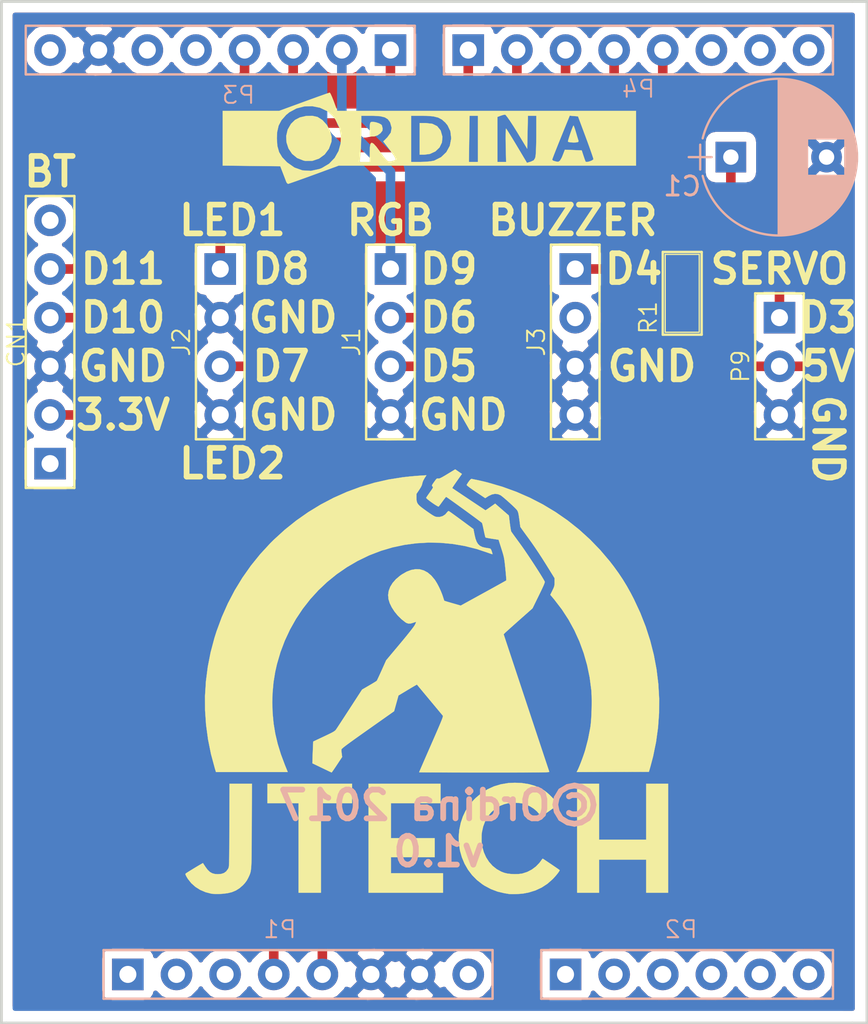
<source format=kicad_pcb>
(kicad_pcb (version 20170123) (host pcbnew "(2017-02-16 revision ccbdb41)-makepkg")

  (general
    (links 23)
    (no_connects 0)
    (area 107.52902 79.589866 163.491667 133.43062)
    (thickness 1.6)
    (drawings 31)
    (tracks 75)
    (zones 0)
    (modules 13)
    (nets 33)
  )

  (page A4)
  (title_block
    (date "lun. 30 mars 2015")
  )

  (layers
    (0 F.Cu signal)
    (31 B.Cu signal hide)
    (32 B.Adhes user)
    (33 F.Adhes user)
    (34 B.Paste user)
    (35 F.Paste user)
    (36 B.SilkS user)
    (37 F.SilkS user)
    (38 B.Mask user)
    (39 F.Mask user)
    (40 Dwgs.User user)
    (41 Cmts.User user)
    (42 Eco1.User user)
    (43 Eco2.User user)
    (44 Edge.Cuts user)
    (45 Margin user)
    (46 B.CrtYd user)
    (47 F.CrtYd user)
    (48 B.Fab user)
    (49 F.Fab user)
  )

  (setup
    (last_trace_width 0.5)
    (trace_clearance 0.2)
    (zone_clearance 0.508)
    (zone_45_only no)
    (trace_min 0.2)
    (segment_width 0.15)
    (edge_width 0.15)
    (via_size 0.6)
    (via_drill 0.4)
    (via_min_size 0.4)
    (via_min_drill 0.3)
    (uvia_size 0.3)
    (uvia_drill 0.1)
    (uvias_allowed no)
    (uvia_min_size 0.2)
    (uvia_min_drill 0.1)
    (pcb_text_width 0.3)
    (pcb_text_size 1.5 1.5)
    (mod_edge_width 0.15)
    (mod_text_size 1 1)
    (mod_text_width 0.15)
    (pad_size 4.064 4.064)
    (pad_drill 3.048)
    (pad_to_mask_clearance 0)
    (aux_axis_origin 107.95 79.883)
    (grid_origin 107.95 79.883)
    (visible_elements 7FFEFFFF)
    (pcbplotparams
      (layerselection 0x010f0_ffffffff)
      (usegerberextensions false)
      (excludeedgelayer true)
      (linewidth 0.100000)
      (plotframeref false)
      (viasonmask false)
      (mode 1)
      (useauxorigin false)
      (hpglpennumber 1)
      (hpglpenspeed 20)
      (hpglpendiameter 15)
      (psnegative false)
      (psa4output false)
      (plotreference true)
      (plotvalue true)
      (plotinvisibletext false)
      (padsonsilk false)
      (subtractmaskfromsilk false)
      (outputformat 1)
      (mirror false)
      (drillshape 0)
      (scaleselection 1)
      (outputdirectory GERBERS/))
  )

  (net 0 "")
  (net 1 GND)
  (net 2 D7)
  (net 3 D6)
  (net 4 D5)
  (net 5 D8)
  (net 6 D4)
  (net 7 D10)
  (net 8 D11)
  (net 9 +3V3)
  (net 10 +5V)
  (net 11 D9)
  (net 12 D3)
  (net 13 "Net-(CN1-Pad1)")
  (net 14 "Net-(CN1-Pad6)")
  (net 15 "Net-(J3-Pad1)")
  (net 16 "Net-(J3-Pad2)")
  (net 17 "Net-(P1-Pad1)")
  (net 18 /IOREF)
  (net 19 /Reset)
  (net 20 /Vin)
  (net 21 A0)
  (net 22 A1)
  (net 23 A2)
  (net 24 A3)
  (net 25 "Net-(P2-Pad5)")
  (net 26 "Net-(P2-Pad6)")
  (net 27 "/12(MISO)")
  (net 28 "/13(SCK)")
  (net 29 /AREF)
  (net 30 D2)
  (net 31 "/1(Tx)")
  (net 32 "/0(Rx)")

  (net_class Default "This is the default net class."
    (clearance 0.2)
    (trace_width 0.5)
    (via_dia 0.6)
    (via_drill 0.4)
    (uvia_dia 0.3)
    (uvia_drill 0.1)
    (add_net +3V3)
    (add_net +5V)
    (add_net "/0(Rx)")
    (add_net "/1(Tx)")
    (add_net "/12(MISO)")
    (add_net "/13(SCK)")
    (add_net /AREF)
    (add_net /IOREF)
    (add_net /Reset)
    (add_net /Vin)
    (add_net A0)
    (add_net A1)
    (add_net A2)
    (add_net A3)
    (add_net D10)
    (add_net D11)
    (add_net D2)
    (add_net D3)
    (add_net D4)
    (add_net D5)
    (add_net D6)
    (add_net D7)
    (add_net D8)
    (add_net D9)
    (add_net GND)
    (add_net "Net-(CN1-Pad1)")
    (add_net "Net-(CN1-Pad6)")
    (add_net "Net-(J3-Pad1)")
    (add_net "Net-(J3-Pad2)")
    (add_net "Net-(P1-Pad1)")
    (add_net "Net-(P2-Pad5)")
    (add_net "Net-(P2-Pad6)")
  )

  (module SeeedOPL-Connector-2016:LOGO-ORDINA (layer F.Cu) (tedit 0) (tstamp 58A765D8)
    (at 130.302 86.995)
    (fp_text reference G*** (at 0 0) (layer F.SilkS) hide
      (effects (font (thickness 0.3)))
    )
    (fp_text value LOGO (at 0.75 0) (layer F.SilkS) hide
      (effects (font (thickness 0.3)))
    )
    (fp_poly (pts (xy -5.162974 -2.294227) (xy -5.094591 -2.147428) (xy -5.010685 -1.937637) (xy -4.986814 -1.87325)
      (xy -4.813116 -1.397) (xy 10.795 -1.397) (xy 10.795 1.4605) (xy -4.737266 1.4605)
      (xy -6.035758 1.935856) (xy -6.418361 2.07516) (xy -6.760889 2.198425) (xy -7.045376 2.299304)
      (xy -7.25386 2.371451) (xy -7.368375 2.408521) (xy -7.383868 2.412106) (xy -7.444758 2.36188)
      (xy -7.47539 2.301875) (xy -7.520598 2.183217) (xy -7.593091 1.99414) (xy -7.651797 1.8415)
      (xy -7.7863 1.49225) (xy -9.29065 1.475225) (xy -10.795 1.458201) (xy -10.795 0.03175)
      (xy -7.967052 0.03175) (xy -7.940695 0.432529) (xy -7.850917 0.753241) (xy -7.681659 1.031657)
      (xy -7.430779 1.29304) (xy -7.046867 1.561722) (xy -6.629453 1.709576) (xy -6.189119 1.734873)
      (xy -5.736447 1.63589) (xy -5.616524 1.588937) (xy -5.238274 1.363759) (xy -5.147819 1.27014)
      (xy 2.06375 1.27014) (xy 2.54 1.27) (xy 2.54 -1.082644) (xy 3.556 -1.082644)
      (xy 3.556 1.27) (xy 4.010099 1.27) (xy 3.989424 0.386936) (xy 3.984597 0.071161)
      (xy 3.985503 -0.191178) (xy 3.991679 -0.378124) (xy 4.002663 -0.467719) (xy 4.007516 -0.472041)
      (xy 4.051588 -0.411968) (xy 4.148448 -0.261434) (xy 4.286311 -0.039336) (xy 4.453395 0.235429)
      (xy 4.572473 0.433965) (xy 5.098663 1.315884) (xy 5.304657 1.252663) (xy 5.452267 1.184054)
      (xy 5.470792 1.154218) (xy 6.413385 1.154218) (xy 6.469996 1.20471) (xy 6.61171 1.246547)
      (xy 6.732896 1.262633) (xy 6.817935 1.208519) (xy 6.914032 1.045297) (xy 6.954212 0.950019)
      (xy 7.078382 0.630039) (xy 7.518737 0.648394) (xy 7.959091 0.66675) (xy 8.052239 0.9525)
      (xy 8.110683 1.12505) (xy 8.153229 1.238469) (xy 8.163902 1.260167) (xy 8.241313 1.270802)
      (xy 8.372308 1.240077) (xy 8.500526 1.187092) (xy 8.569607 1.130943) (xy 8.571414 1.122079)
      (xy 8.549766 1.041138) (xy 8.490309 0.861817) (xy 8.400177 0.604517) (xy 8.286505 0.289637)
      (xy 8.167873 -0.03175) (xy 7.765419 -1.11125) (xy 7.548869 -1.13007) (xy 7.332319 -1.148889)
      (xy 6.872794 -0.01882) (xy 6.72996 0.334592) (xy 6.605231 0.64732) (xy 6.50599 0.900511)
      (xy 6.439623 1.075309) (xy 6.413514 1.152859) (xy 6.413385 1.154218) (xy 5.470792 1.154218)
      (xy 5.524886 1.067097) (xy 5.548626 0.959846) (xy 5.562346 0.814039) (xy 5.573962 0.571213)
      (xy 5.582479 0.261344) (xy 5.586905 -0.085591) (xy 5.587301 -0.206375) (xy 5.588 -1.143)
      (xy 5.367541 -1.143001) (xy 5.147083 -1.143001) (xy 5.129416 -0.281733) (xy 5.11175 0.579534)
      (xy 4.572 -0.311098) (xy 4.386746 -0.609706) (xy 4.219552 -0.866023) (xy 4.082976 -1.061811)
      (xy 3.989578 -1.178833) (xy 3.957008 -1.204115) (xy 3.844498 -1.184659) (xy 3.718883 -1.144572)
      (xy 3.556 -1.082644) (xy 2.54 -1.082644) (xy 2.54 -1.143) (xy 2.320405 -1.143)
      (xy 2.10081 -1.143001) (xy 2.08228 0.06357) (xy 2.06375 1.27014) (xy -5.147819 1.27014)
      (xy -5.147683 1.27) (xy -3.637865 1.27) (xy -3.1115 1.27) (xy -3.1115 0.762)
      (xy -3.103373 0.486895) (xy -3.073331 0.320988) (xy -3.012889 0.264294) (xy -2.913559 0.316831)
      (xy -2.766856 0.478618) (xy -2.564292 0.749673) (xy -2.554637 0.763166) (xy -2.38464 0.99677)
      (xy -2.265451 1.143292) (xy -2.176326 1.220572) (xy -2.09652 1.246452) (xy -2.005285 1.238774)
      (xy -2.002235 1.238226) (xy -1.850198 1.197499) (xy -1.761435 1.151834) (xy -1.7744 1.082099)
      (xy -1.853048 0.939304) (xy -1.982563 0.748617) (xy -2.057889 0.648188) (xy -2.406629 0.196828)
      (xy -2.187565 -0.022236) (xy -2.014908 -0.261401) (xy -1.967706 -0.513294) (xy -2.044461 -0.787163)
      (xy -2.058988 -0.816291) (xy -2.167701 -0.963867) (xy -2.327911 -1.062297) (xy -2.561672 -1.119086)
      (xy -2.891038 -1.141737) (xy -3.019238 -1.143) (xy -0.9525 -1.143) (xy -0.9525 1.27)
      (xy -0.453976 1.27) (xy -0.181912 1.260673) (xy 0.069193 1.236103) (xy 0.248785 1.201404)
      (xy 0.260399 1.19773) (xy 0.614556 1.018663) (xy 0.889123 0.755024) (xy 1.069482 0.426349)
      (xy 1.141016 0.05217) (xy 1.141605 0.020008) (xy 1.098365 -0.339473) (xy 0.955767 -0.640281)
      (xy 0.837335 -0.785696) (xy 0.65967 -0.944217) (xy 0.45836 -1.050284) (xy 0.204597 -1.112588)
      (xy -0.130426 -1.139818) (xy -0.347211 -1.143) (xy -0.9525 -1.143) (xy -3.019238 -1.143)
      (xy -3.556 -1.143) (xy -3.556452 -0.365125) (xy -3.560144 -0.012069) (xy -3.569794 0.342745)
      (xy -3.583847 0.653493) (xy -3.597384 0.841375) (xy -3.637865 1.27) (xy -5.147683 1.27)
      (xy -4.945185 1.060422) (xy -4.741445 0.698607) (xy -4.63124 0.297993) (xy -4.618758 -0.12174)
      (xy -4.708185 -0.540913) (xy -4.903709 -0.939846) (xy -5.039697 -1.122188) (xy -5.343305 -1.388274)
      (xy -5.710327 -1.562469) (xy -6.115827 -1.64411) (xy -6.534869 -1.632536) (xy -6.942515 -1.527084)
      (xy -7.313827 -1.327094) (xy -7.48269 -1.187033) (xy -7.723719 -0.914822) (xy -7.874682 -0.630089)
      (xy -7.950492 -0.295309) (xy -7.967052 0.03175) (xy -10.795 0.03175) (xy -10.795 -1.397)
      (xy -7.84225 -1.398788) (xy -6.543758 -1.874144) (xy -6.161683 -2.013333) (xy -5.820201 -2.136433)
      (xy -5.537148 -2.237123) (xy -5.330362 -2.309078) (xy -5.217678 -2.345974) (xy -5.202889 -2.3495)
      (xy -5.162974 -2.294227)) (layer F.SilkS) (width 0.01))
    (fp_poly (pts (xy -5.842539 -1.079723) (xy -5.581383 -0.913256) (xy -5.358891 -0.663949) (xy -5.194639 -0.36651)
      (xy -5.108204 -0.055644) (xy -5.114098 0.211688) (xy -5.247878 0.580095) (xy -5.469952 0.877692)
      (xy -5.760857 1.0913) (xy -6.101129 1.207743) (xy -6.471304 1.213842) (xy -6.568168 1.19615)
      (xy -6.90607 1.062782) (xy -7.170617 0.845041) (xy -7.35704 0.565444) (xy -7.460568 0.246505)
      (xy -7.476431 -0.089258) (xy -7.399859 -0.41933) (xy -7.226081 -0.721195) (xy -7.017454 -0.924519)
      (xy -6.761387 -1.056243) (xy -6.443646 -1.130546) (xy -6.118254 -1.140292) (xy -5.842539 -1.079723)) (layer F.SilkS) (width 0.01))
    (fp_poly (pts (xy -2.797904 -0.803121) (xy -2.634808 -0.748637) (xy -2.512981 -0.681031) (xy -2.4765 -0.630001)
      (xy -2.455963 -0.53359) (xy -2.43904 -0.484268) (xy -2.453089 -0.363836) (xy -2.553329 -0.23391)
      (xy -2.705329 -0.124733) (xy -2.874655 -0.066546) (xy -2.918114 -0.0635) (xy -3.1115 -0.0635)
      (xy -3.1115 -0.4445) (xy -3.108043 -0.655722) (xy -3.08955 -0.769768) (xy -3.043842 -0.816429)
      (xy -2.958741 -0.825498) (xy -2.955738 -0.8255) (xy -2.797904 -0.803121)) (layer F.SilkS) (width 0.01))
    (fp_poly (pts (xy 0.155297 -0.722266) (xy 0.407544 -0.599612) (xy 0.579422 -0.388862) (xy 0.594687 -0.358326)
      (xy 0.682405 -0.046144) (xy 0.65646 0.249743) (xy 0.530159 0.510229) (xy 0.316809 0.716209)
      (xy 0.029717 0.848578) (xy -0.274049 0.889) (xy -0.508 0.889) (xy -0.508 -0.762)
      (xy -0.187347 -0.762) (xy 0.155297 -0.722266)) (layer F.SilkS) (width 0.01))
    (fp_poly (pts (xy 7.557675 -0.579363) (xy 7.608245 -0.434832) (xy 7.658593 -0.269875) (xy 7.72039 -0.060121)
      (xy 7.771082 0.105168) (xy 7.794161 0.174625) (xy 7.771031 0.226739) (xy 7.642288 0.251051)
      (xy 7.531543 0.254) (xy 7.358758 0.244054) (xy 7.253737 0.218832) (xy 7.239 0.202829)
      (xy 7.257815 0.116088) (xy 7.305607 -0.041803) (xy 7.369387 -0.233301) (xy 7.436173 -0.420868)
      (xy 7.492977 -0.566961) (xy 7.526815 -0.634041) (xy 7.528805 -0.635) (xy 7.557675 -0.579363)) (layer F.SilkS) (width 0.01))
  )

  (module SeeedOPL-Connector-2016:H4-2.54 (layer F.Cu) (tedit 58A7094E) (tstamp 58A1CFA6)
    (at 137.922 97.663)
    (path /58A1E666)
    (fp_text reference J3 (at -2.032 0 90) (layer F.SilkS)
      (effects (font (size 0.889 0.889) (thickness 0.1016)))
    )
    (fp_text value DIP-BLACK-FEMALE-HEADER-VERT_4P-2.54 (at 2.0955 -0.762 90) (layer F.SilkS) hide
      (effects (font (size 0.889 0.889) (thickness 0.1016)))
    )
    (fp_line (start -1.27 5.08) (end 1.27 5.08) (layer F.SilkS) (width 0.06604))
    (fp_line (start 1.27 5.08) (end 1.27 -5.08) (layer F.SilkS) (width 0.06604))
    (fp_line (start -1.27 -5.08) (end 1.27 -5.08) (layer F.SilkS) (width 0.06604))
    (fp_line (start -1.27 5.08) (end -1.27 -5.08) (layer F.SilkS) (width 0.06604))
    (fp_line (start -1.27 -5.08) (end 1.27 -5.08) (layer F.SilkS) (width 0.127))
    (fp_line (start 1.27 -5.08) (end 1.27 5.08) (layer F.SilkS) (width 0.127))
    (fp_line (start 1.27 5.08) (end -1.27 5.08) (layer F.SilkS) (width 0.127))
    (fp_line (start -1.27 5.08) (end -1.27 -5.08) (layer F.SilkS) (width 0.127))
    (fp_line (start -1.27 -5.08) (end 1.27 -5.08) (layer F.SilkS) (width 0))
    (fp_line (start 1.27 -5.08) (end 1.27 5.08) (layer F.SilkS) (width 0))
    (fp_line (start 1.27 5.08) (end -1.27 5.08) (layer F.SilkS) (width 0))
    (fp_line (start -1.27 5.08) (end -1.27 -5.08) (layer F.SilkS) (width 0))
    (pad 1 thru_hole rect (at 0 -3.81) (size 1.651 1.651) (drill 0.889) (layers *.Cu *.Paste *.Mask)
      (net 15 "Net-(J3-Pad1)"))
    (pad 2 thru_hole circle (at 0 -1.27) (size 1.651 1.651) (drill 0.889) (layers *.Cu *.Paste *.Mask)
      (net 16 "Net-(J3-Pad2)"))
    (pad 3 thru_hole circle (at 0 1.27) (size 1.651 1.651) (drill 0.889) (layers *.Cu *.Paste *.Mask)
      (net 1 GND))
    (pad 4 thru_hole circle (at 0 3.81) (size 1.651 1.651) (drill 0.889) (layers *.Cu *.Paste *.Mask)
      (net 1 GND))
    (model "D:/Program Files/KiCad/share/kicad/modules/packages3d/unused_3d.3dshapes/Connectors.female_pcb_pin.female_pcb_pin_04.wrl"
      (at (xyz 0 0 0))
      (scale (xyz 1 1 1))
      (rotate (xyz 0 0 90))
    )
  )

  (module SeeedOPL-Connector-2016:H4-2.54 (layer F.Cu) (tedit 58A7093E) (tstamp 58A1C6C4)
    (at 119.38 97.663)
    (path /58A1BB58)
    (fp_text reference J2 (at -2.032 0 90) (layer F.SilkS)
      (effects (font (size 0.889 0.889) (thickness 0.1016)))
    )
    (fp_text value DIP-BLACK-FEMALE-HEADER-VERT_4P-2.54_L1L2 (at 2.0955 -0.762 90) (layer F.SilkS) hide
      (effects (font (size 0.889 0.889) (thickness 0.1016)))
    )
    (fp_line (start -1.27 5.08) (end 1.27 5.08) (layer F.SilkS) (width 0.06604))
    (fp_line (start 1.27 5.08) (end 1.27 -5.08) (layer F.SilkS) (width 0.06604))
    (fp_line (start -1.27 -5.08) (end 1.27 -5.08) (layer F.SilkS) (width 0.06604))
    (fp_line (start -1.27 5.08) (end -1.27 -5.08) (layer F.SilkS) (width 0.06604))
    (fp_line (start -1.27 -5.08) (end 1.27 -5.08) (layer F.SilkS) (width 0.127))
    (fp_line (start 1.27 -5.08) (end 1.27 5.08) (layer F.SilkS) (width 0.127))
    (fp_line (start 1.27 5.08) (end -1.27 5.08) (layer F.SilkS) (width 0.127))
    (fp_line (start -1.27 5.08) (end -1.27 -5.08) (layer F.SilkS) (width 0.127))
    (fp_line (start -1.27 -5.08) (end 1.27 -5.08) (layer F.SilkS) (width 0))
    (fp_line (start 1.27 -5.08) (end 1.27 5.08) (layer F.SilkS) (width 0))
    (fp_line (start 1.27 5.08) (end -1.27 5.08) (layer F.SilkS) (width 0))
    (fp_line (start -1.27 5.08) (end -1.27 -5.08) (layer F.SilkS) (width 0))
    (pad 1 thru_hole rect (at 0 -3.81) (size 1.651 1.651) (drill 0.889) (layers *.Cu *.Paste *.Mask)
      (net 5 D8))
    (pad 2 thru_hole circle (at 0 -1.27) (size 1.651 1.651) (drill 0.889) (layers *.Cu *.Paste *.Mask)
      (net 1 GND))
    (pad 3 thru_hole circle (at 0 1.27) (size 1.651 1.651) (drill 0.889) (layers *.Cu *.Paste *.Mask)
      (net 2 D7))
    (pad 4 thru_hole circle (at 0 3.81) (size 1.651 1.651) (drill 0.889) (layers *.Cu *.Paste *.Mask)
      (net 1 GND))
    (model "D:/Program Files/KiCad/share/kicad/modules/packages3d/unused_3d.3dshapes/Connectors.female_pcb_pin.female_pcb_pin_04.wrl"
      (at (xyz 0 0 0))
      (scale (xyz 1 1 1))
      (rotate (xyz 0 0 90))
    )
  )

  (module SeeedOPL-Connector-2016:H4-2.54 (layer F.Cu) (tedit 58A70945) (tstamp 58A1C672)
    (at 128.27 97.663)
    (path /58A1A7A2)
    (fp_text reference J1 (at -2.032 0 90) (layer F.SilkS)
      (effects (font (size 0.889 0.889) (thickness 0.1016)))
    )
    (fp_text value DIP-BLACK-FEMALE-HEADER-VERT_4P-2.54_RGB (at 2.0955 -0.762 90) (layer F.SilkS) hide
      (effects (font (size 0.889 0.889) (thickness 0.1016)))
    )
    (fp_line (start -1.27 5.08) (end 1.27 5.08) (layer F.SilkS) (width 0.06604))
    (fp_line (start 1.27 5.08) (end 1.27 -5.08) (layer F.SilkS) (width 0.06604))
    (fp_line (start -1.27 -5.08) (end 1.27 -5.08) (layer F.SilkS) (width 0.06604))
    (fp_line (start -1.27 5.08) (end -1.27 -5.08) (layer F.SilkS) (width 0.06604))
    (fp_line (start -1.27 -5.08) (end 1.27 -5.08) (layer F.SilkS) (width 0.127))
    (fp_line (start 1.27 -5.08) (end 1.27 5.08) (layer F.SilkS) (width 0.127))
    (fp_line (start 1.27 5.08) (end -1.27 5.08) (layer F.SilkS) (width 0.127))
    (fp_line (start -1.27 5.08) (end -1.27 -5.08) (layer F.SilkS) (width 0.127))
    (fp_line (start -1.27 -5.08) (end 1.27 -5.08) (layer F.SilkS) (width 0))
    (fp_line (start 1.27 -5.08) (end 1.27 5.08) (layer F.SilkS) (width 0))
    (fp_line (start 1.27 5.08) (end -1.27 5.08) (layer F.SilkS) (width 0))
    (fp_line (start -1.27 5.08) (end -1.27 -5.08) (layer F.SilkS) (width 0))
    (pad 1 thru_hole rect (at 0 -3.81) (size 1.651 1.651) (drill 0.889) (layers *.Cu *.Paste *.Mask)
      (net 11 D9))
    (pad 2 thru_hole circle (at 0 -1.27) (size 1.651 1.651) (drill 0.889) (layers *.Cu *.Paste *.Mask)
      (net 3 D6))
    (pad 3 thru_hole circle (at 0 1.27) (size 1.651 1.651) (drill 0.889) (layers *.Cu *.Paste *.Mask)
      (net 4 D5))
    (pad 4 thru_hole circle (at 0 3.81) (size 1.651 1.651) (drill 0.889) (layers *.Cu *.Paste *.Mask)
      (net 1 GND))
    (model "D:/Program Files/KiCad/share/kicad/modules/packages3d/unused_3d.3dshapes/Connectors.female_pcb_pin.female_pcb_pin_04.wrl"
      (at (xyz 0 0 0))
      (scale (xyz 1 1 1))
      (rotate (xyz 0 0 90))
    )
  )

  (module SeeedOPL-Connector-2016:H6-2.54 (layer F.Cu) (tedit 58A70936) (tstamp 58A1CF92)
    (at 110.49 97.663 180)
    (path /58A1DF56)
    (fp_text reference CN1 (at 1.778 0 270) (layer F.SilkS)
      (effects (font (size 0.889 0.889) (thickness 0.1016)))
    )
    (fp_text value DIP-BLACK-FEMALE-HEADER-VERT_6P-2.54_ (at 2.0955 -0.762 270) (layer F.SilkS) hide
      (effects (font (size 0.889 0.889) (thickness 0.1016)))
    )
    (fp_line (start -1.27 7.62) (end 1.27 7.62) (layer F.SilkS) (width 0.06604))
    (fp_line (start 1.27 7.62) (end 1.27 -7.62) (layer F.SilkS) (width 0.06604))
    (fp_line (start -1.27 -7.62) (end 1.27 -7.62) (layer F.SilkS) (width 0.06604))
    (fp_line (start -1.27 7.62) (end -1.27 -7.62) (layer F.SilkS) (width 0.06604))
    (fp_line (start -1.27 -7.62) (end 1.27 -7.62) (layer F.SilkS) (width 0.127))
    (fp_line (start 1.27 -7.62) (end 1.27 7.62) (layer F.SilkS) (width 0.127))
    (fp_line (start 1.27 7.62) (end -1.27 7.62) (layer F.SilkS) (width 0.127))
    (fp_line (start -1.27 7.62) (end -1.27 -7.62) (layer F.SilkS) (width 0.127))
    (fp_line (start -1.27 -7.62) (end 1.27 -7.62) (layer F.SilkS) (width 0))
    (fp_line (start 1.27 -7.62) (end 1.27 7.62) (layer F.SilkS) (width 0))
    (fp_line (start 1.27 7.62) (end -1.27 7.62) (layer F.SilkS) (width 0))
    (fp_line (start -1.27 7.62) (end -1.27 -7.62) (layer F.SilkS) (width 0))
    (pad 1 thru_hole rect (at 0 -6.35 180) (size 1.651 1.651) (drill 0.889) (layers *.Cu *.Paste *.Mask)
      (net 13 "Net-(CN1-Pad1)"))
    (pad 2 thru_hole circle (at 0 -3.81 180) (size 1.651 1.651) (drill 0.889) (layers *.Cu *.Paste *.Mask)
      (net 9 +3V3))
    (pad 3 thru_hole circle (at 0 -1.27 180) (size 1.651 1.651) (drill 0.889) (layers *.Cu *.Paste *.Mask)
      (net 1 GND))
    (pad 4 thru_hole circle (at 0 1.27 180) (size 1.651 1.651) (drill 0.889) (layers *.Cu *.Paste *.Mask)
      (net 7 D10))
    (pad 5 thru_hole circle (at 0 3.81 180) (size 1.651 1.651) (drill 0.889) (layers *.Cu *.Paste *.Mask)
      (net 8 D11))
    (pad 6 thru_hole circle (at 0 6.35 180) (size 1.651 1.651) (drill 0.889) (layers *.Cu *.Paste *.Mask)
      (net 14 "Net-(CN1-Pad6)"))
    (model "D:/Program Files/KiCad/share/kicad/modules/packages3d/Connectors.3dshapes/female_pcb_pin/female_pcb_pin_06.wrl"
      (at (xyz 0 0 0))
      (scale (xyz 1 1 1))
      (rotate (xyz 0 0 90))
    )
  )

  (module SeeedOPL-Connector-2016:H3-2.54 (layer F.Cu) (tedit 58A7094B) (tstamp 58A6C353)
    (at 148.59 98.933)
    (path /58A6C686)
    (fp_text reference P9 (at -2.032 0 90) (layer F.SilkS)
      (effects (font (size 0.889 0.889) (thickness 0.1016)))
    )
    (fp_text value CONN_01X03 (at 2.0955 -0.762 90) (layer F.SilkS) hide
      (effects (font (size 0.889 0.889) (thickness 0.1016)))
    )
    (fp_line (start -1.27 3.81) (end 1.27 3.81) (layer F.SilkS) (width 0.06604))
    (fp_line (start 1.27 3.81) (end 1.27 -3.81) (layer F.SilkS) (width 0.06604))
    (fp_line (start -1.27 -3.81) (end 1.27 -3.81) (layer F.SilkS) (width 0.06604))
    (fp_line (start -1.27 3.81) (end -1.27 -3.81) (layer F.SilkS) (width 0.06604))
    (fp_line (start -1.27 -3.81) (end 1.27 -3.81) (layer F.SilkS) (width 0.127))
    (fp_line (start 1.27 -3.81) (end 1.27 3.81) (layer F.SilkS) (width 0.127))
    (fp_line (start 1.27 3.81) (end -1.27 3.81) (layer F.SilkS) (width 0.127))
    (fp_line (start -1.27 3.81) (end -1.27 -3.81) (layer F.SilkS) (width 0.127))
    (fp_line (start -1.27 -3.81) (end 1.27 -3.81) (layer F.SilkS) (width 0))
    (fp_line (start 1.27 -3.81) (end 1.27 3.81) (layer F.SilkS) (width 0))
    (fp_line (start 1.27 3.81) (end -1.27 3.81) (layer F.SilkS) (width 0))
    (fp_line (start -1.27 3.81) (end -1.27 -3.81) (layer F.SilkS) (width 0))
    (pad 1 thru_hole rect (at 0 -2.54) (size 1.651 1.651) (drill 0.889) (layers *.Cu *.Paste *.Mask)
      (net 12 D3))
    (pad 2 thru_hole circle (at 0 0) (size 1.651 1.651) (drill 0.889) (layers *.Cu *.Paste *.Mask)
      (net 10 +5V))
    (pad 3 thru_hole circle (at 0 2.54) (size 1.651 1.651) (drill 0.889) (layers *.Cu *.Paste *.Mask)
      (net 1 GND))
    (model "D:/Program Files/KiCad/share/kicad/modules/packages3d/Pin_Headers.3dshapes/Pin_Header_Straight_1x03_Pitch2.54mm.wrl"
      (at (xyz 0 0 0))
      (scale (xyz 1 1 1))
      (rotate (xyz 0 0 90))
    )
  )

  (module SeeedOPL-Connector-2016:H8-2.54 locked (layer B.Cu) (tedit 58A709B8) (tstamp 551AF9EA)
    (at 123.444 130.683 270)
    (path /56D70129)
    (fp_text reference P1 (at -2.3495 0.9525 180) (layer B.SilkS)
      (effects (font (size 0.889 0.889) (thickness 0.1016)) (justify mirror))
    )
    (fp_text value Power (at 1.778 0.254) (layer B.SilkS) hide
      (effects (font (size 0.889 0.889) (thickness 0.1016)) (justify mirror))
    )
    (fp_line (start -1.27 -10.16) (end 1.27 -10.16) (layer B.SilkS) (width 0.06604))
    (fp_line (start 1.27 -10.16) (end 1.27 10.16) (layer B.SilkS) (width 0.06604))
    (fp_line (start -1.27 10.16) (end 1.27 10.16) (layer B.SilkS) (width 0.06604))
    (fp_line (start -1.27 -10.16) (end -1.27 10.16) (layer B.SilkS) (width 0.06604))
    (fp_line (start -1.27 10.16) (end 1.27 10.16) (layer B.SilkS) (width 0.127))
    (fp_line (start 1.27 10.16) (end 1.27 -10.16) (layer B.SilkS) (width 0.127))
    (fp_line (start 1.27 -10.16) (end -1.27 -10.16) (layer B.SilkS) (width 0.127))
    (fp_line (start -1.27 -10.16) (end -1.27 10.16) (layer B.SilkS) (width 0.127))
    (pad 1 thru_hole rect (at 0 8.89 270) (size 1.651 1.651) (drill 0.889) (layers *.Cu *.Paste *.Mask)
      (net 17 "Net-(P1-Pad1)"))
    (pad 2 thru_hole circle (at 0 6.35 270) (size 1.651 1.651) (drill 0.889) (layers *.Cu *.Paste *.Mask)
      (net 18 /IOREF))
    (pad 3 thru_hole circle (at 0 3.81 270) (size 1.651 1.651) (drill 0.889) (layers *.Cu *.Paste *.Mask)
      (net 19 /Reset))
    (pad 4 thru_hole circle (at 0 1.27 270) (size 1.651 1.651) (drill 0.889) (layers *.Cu *.Paste *.Mask)
      (net 9 +3V3))
    (pad 5 thru_hole circle (at 0 -1.27 270) (size 1.651 1.651) (drill 0.889) (layers *.Cu *.Paste *.Mask)
      (net 10 +5V))
    (pad 6 thru_hole circle (at 0 -3.81 270) (size 1.651 1.651) (drill 0.889) (layers *.Cu *.Paste *.Mask)
      (net 1 GND))
    (pad 7 thru_hole circle (at 0 -6.35 270) (size 1.651 1.651) (drill 0.889) (layers *.Cu *.Paste *.Mask)
      (net 1 GND))
    (pad 8 thru_hole circle (at 0 -8.89 270) (size 1.651 1.651) (drill 0.889) (layers *.Cu *.Paste *.Mask)
      (net 20 /Vin))
    (model "D:/Program Files/KiCad/share/kicad/modules/packages3d/Pin_Headers.3dshapes/Pin_Header_Straight_1x08_Pitch2.54mm.wrl"
      (at (xyz 0 0 0))
      (scale (xyz 1 1 1))
      (rotate (xyz 0 0 90))
    )
  )

  (module SeeedOPL-Connector-2016:H6-2.54 locked (layer B.Cu) (tedit 58A709C5) (tstamp 551AF9FF)
    (at 143.764 130.683 270)
    (path /56D70DD8)
    (fp_text reference P2 (at -2.3495 0.3175 180) (layer B.SilkS)
      (effects (font (size 0.889 0.889) (thickness 0.1016)) (justify mirror))
    )
    (fp_text value Analog (at 1.778 0) (layer B.SilkS) hide
      (effects (font (size 0.889 0.889) (thickness 0.1016)) (justify mirror))
    )
    (fp_line (start -1.27 -7.62) (end 1.27 -7.62) (layer B.SilkS) (width 0.06604))
    (fp_line (start 1.27 -7.62) (end 1.27 7.62) (layer B.SilkS) (width 0.06604))
    (fp_line (start -1.27 7.62) (end 1.27 7.62) (layer B.SilkS) (width 0.06604))
    (fp_line (start -1.27 -7.62) (end -1.27 7.62) (layer B.SilkS) (width 0.06604))
    (fp_line (start -1.27 7.62) (end 1.27 7.62) (layer B.SilkS) (width 0.127))
    (fp_line (start 1.27 7.62) (end 1.27 -7.62) (layer B.SilkS) (width 0.127))
    (fp_line (start 1.27 -7.62) (end -1.27 -7.62) (layer B.SilkS) (width 0.127))
    (fp_line (start -1.27 -7.62) (end -1.27 7.62) (layer B.SilkS) (width 0.127))
    (fp_line (start -1.27 7.62) (end 1.27 7.62) (layer B.SilkS) (width 0))
    (fp_line (start 1.27 7.62) (end 1.27 -7.62) (layer B.SilkS) (width 0))
    (fp_line (start 1.27 -7.62) (end -1.27 -7.62) (layer B.SilkS) (width 0))
    (fp_line (start -1.27 -7.62) (end -1.27 7.62) (layer B.SilkS) (width 0))
    (pad 1 thru_hole rect (at 0 6.35 270) (size 1.651 1.651) (drill 0.889) (layers *.Cu *.Paste *.Mask)
      (net 21 A0))
    (pad 2 thru_hole circle (at 0 3.81 270) (size 1.651 1.651) (drill 0.889) (layers *.Cu *.Paste *.Mask)
      (net 22 A1))
    (pad 3 thru_hole circle (at 0 1.27 270) (size 1.651 1.651) (drill 0.889) (layers *.Cu *.Paste *.Mask)
      (net 23 A2))
    (pad 4 thru_hole circle (at 0 -1.27 270) (size 1.651 1.651) (drill 0.889) (layers *.Cu *.Paste *.Mask)
      (net 24 A3))
    (pad 5 thru_hole circle (at 0 -3.81 270) (size 1.651 1.651) (drill 0.889) (layers *.Cu *.Paste *.Mask)
      (net 25 "Net-(P2-Pad5)"))
    (pad 6 thru_hole circle (at 0 -6.35 270) (size 1.651 1.651) (drill 0.889) (layers *.Cu *.Paste *.Mask)
      (net 26 "Net-(P2-Pad6)"))
    (model "D:/Program Files/KiCad/share/kicad/modules/packages3d/Pin_Headers.3dshapes/Pin_Header_Straight_1x06_Pitch2.54mm.wrl"
      (at (xyz 0 0 0))
      (scale (xyz 1 1 1))
      (rotate (xyz 0 0 90))
    )
  )

  (module SeeedOPL-Connector-2016:H8-2.54 locked (layer B.Cu) (tedit 58A709D2) (tstamp 551AFA2F)
    (at 141.224 82.423 270)
    (path /56D7164F)
    (fp_text reference P4 (at 2.032 0 180) (layer B.SilkS)
      (effects (font (size 0.889 0.889) (thickness 0.1016)) (justify mirror))
    )
    (fp_text value Digital (at -1.778 0) (layer B.SilkS) hide
      (effects (font (size 0.889 0.889) (thickness 0.1016)) (justify mirror))
    )
    (fp_line (start -1.27 -10.16) (end 1.27 -10.16) (layer B.SilkS) (width 0.06604))
    (fp_line (start 1.27 -10.16) (end 1.27 10.16) (layer B.SilkS) (width 0.06604))
    (fp_line (start -1.27 10.16) (end 1.27 10.16) (layer B.SilkS) (width 0.06604))
    (fp_line (start -1.27 -10.16) (end -1.27 10.16) (layer B.SilkS) (width 0.06604))
    (fp_line (start -1.27 10.16) (end 1.27 10.16) (layer B.SilkS) (width 0.127))
    (fp_line (start 1.27 10.16) (end 1.27 -10.16) (layer B.SilkS) (width 0.127))
    (fp_line (start 1.27 -10.16) (end -1.27 -10.16) (layer B.SilkS) (width 0.127))
    (fp_line (start -1.27 -10.16) (end -1.27 10.16) (layer B.SilkS) (width 0.127))
    (pad 1 thru_hole rect (at 0 8.89 270) (size 1.651 1.651) (drill 0.889) (layers *.Cu *.Paste *.Mask)
      (net 2 D7))
    (pad 2 thru_hole circle (at 0 6.35 270) (size 1.651 1.651) (drill 0.889) (layers *.Cu *.Paste *.Mask)
      (net 3 D6))
    (pad 3 thru_hole circle (at 0 3.81 270) (size 1.651 1.651) (drill 0.889) (layers *.Cu *.Paste *.Mask)
      (net 4 D5))
    (pad 4 thru_hole circle (at 0 1.27 270) (size 1.651 1.651) (drill 0.889) (layers *.Cu *.Paste *.Mask)
      (net 6 D4))
    (pad 5 thru_hole circle (at 0 -1.27 270) (size 1.651 1.651) (drill 0.889) (layers *.Cu *.Paste *.Mask)
      (net 12 D3))
    (pad 6 thru_hole circle (at 0 -3.81 270) (size 1.651 1.651) (drill 0.889) (layers *.Cu *.Paste *.Mask)
      (net 30 D2))
    (pad 7 thru_hole circle (at 0 -6.35 270) (size 1.651 1.651) (drill 0.889) (layers *.Cu *.Paste *.Mask)
      (net 31 "/1(Tx)"))
    (pad 8 thru_hole circle (at 0 -8.89 270) (size 1.651 1.651) (drill 0.889) (layers *.Cu *.Paste *.Mask)
      (net 32 "/0(Rx)"))
    (model "D:/Program Files/KiCad/share/kicad/modules/packages3d/Pin_Headers.3dshapes/Pin_Header_Straight_1x08_Pitch2.54mm.wrl"
      (at (xyz 0 0 0))
      (scale (xyz 1 1 1))
      (rotate (xyz 0 0 90))
    )
  )

  (module SeeedOPL-Connector-2016:H8-2.54 locked (layer B.Cu) (tedit 58A709CD) (tstamp 58A72625)
    (at 119.38 82.423 90)
    (path /58A6DF21)
    (fp_text reference P3 (at -2.3495 0.9525) (layer B.SilkS)
      (effects (font (size 0.889 0.889) (thickness 0.1016)) (justify mirror))
    )
    (fp_text value Digital (at 1.778 0 180) (layer B.SilkS) hide
      (effects (font (size 0.889 0.889) (thickness 0.1016)) (justify mirror))
    )
    (fp_line (start -1.27 -10.16) (end 1.27 -10.16) (layer B.SilkS) (width 0.06604))
    (fp_line (start 1.27 -10.16) (end 1.27 10.16) (layer B.SilkS) (width 0.06604))
    (fp_line (start -1.27 10.16) (end 1.27 10.16) (layer B.SilkS) (width 0.06604))
    (fp_line (start -1.27 -10.16) (end -1.27 10.16) (layer B.SilkS) (width 0.06604))
    (fp_line (start -1.27 10.16) (end 1.27 10.16) (layer B.SilkS) (width 0.127))
    (fp_line (start 1.27 10.16) (end 1.27 -10.16) (layer B.SilkS) (width 0.127))
    (fp_line (start 1.27 -10.16) (end -1.27 -10.16) (layer B.SilkS) (width 0.127))
    (fp_line (start -1.27 -10.16) (end -1.27 10.16) (layer B.SilkS) (width 0.127))
    (pad 1 thru_hole rect (at 0 8.89 90) (size 1.651 1.651) (drill 0.889) (layers *.Cu *.Paste *.Mask)
      (net 5 D8))
    (pad 2 thru_hole circle (at 0 6.35 90) (size 1.651 1.651) (drill 0.889) (layers *.Cu *.Paste *.Mask)
      (net 11 D9))
    (pad 3 thru_hole circle (at 0 3.81 90) (size 1.651 1.651) (drill 0.889) (layers *.Cu *.Paste *.Mask)
      (net 7 D10))
    (pad 4 thru_hole circle (at 0 1.27 90) (size 1.651 1.651) (drill 0.889) (layers *.Cu *.Paste *.Mask)
      (net 8 D11))
    (pad 5 thru_hole circle (at 0 -1.27 90) (size 1.651 1.651) (drill 0.889) (layers *.Cu *.Paste *.Mask)
      (net 27 "/12(MISO)"))
    (pad 6 thru_hole circle (at 0 -3.81 90) (size 1.651 1.651) (drill 0.889) (layers *.Cu *.Paste *.Mask)
      (net 28 "/13(SCK)"))
    (pad 7 thru_hole circle (at 0 -6.35 90) (size 1.651 1.651) (drill 0.889) (layers *.Cu *.Paste *.Mask)
      (net 1 GND))
    (pad 8 thru_hole circle (at 0 -8.89 90) (size 1.651 1.651) (drill 0.889) (layers *.Cu *.Paste *.Mask)
      (net 29 /AREF))
    (model "D:/Program Files/KiCad/share/kicad/modules/packages3d/Pin_Headers.3dshapes/Pin_Header_Straight_1x08_Pitch2.54mm.wrl"
      (at (xyz 0 0 0))
      (scale (xyz 1 1 1))
      (rotate (xyz 0 0 90))
    )
  )

  (module SeeedOPL-Connector-2016:CP_Radial_D8.0mm_P5.00mm (layer B.Cu) (tedit 58A71DD1) (tstamp 58A777F7)
    (at 146.05 88.011)
    (descr "CP, Radial series, Radial, pin pitch=5.00mm, , diameter=8mm, Electrolytic Capacitor")
    (tags "CP Radial series Radial pin pitch 5.00mm  diameter 8mm Electrolytic Capacitor")
    (path /58A710B7)
    (fp_text reference C1 (at -2.54 1.524) (layer B.SilkS)
      (effects (font (size 1 1) (thickness 0.15)) (justify mirror))
    )
    (fp_text value DIP-ALUMINUM-47UF-16V_D5-H7MM_ (at 2.5 -5.06) (layer B.Fab)
      (effects (font (size 1 1) (thickness 0.15)) (justify mirror))
    )
    (fp_arc (start 2.5 0) (end -1.470856 0.98) (angle -152.3) (layer B.SilkS) (width 0.12))
    (fp_arc (start 2.5 0) (end -1.470856 -0.98) (angle 152.3) (layer B.SilkS) (width 0.12))
    (fp_arc (start 2.5 0) (end 6.470856 0.98) (angle -27.7) (layer B.SilkS) (width 0.12))
    (fp_circle (center 2.5 0) (end 6.5 0) (layer B.Fab) (width 0.1))
    (fp_line (start -2.2 0) (end -1 0) (layer B.Fab) (width 0.1))
    (fp_line (start -1.6 0.65) (end -1.6 -0.65) (layer B.Fab) (width 0.1))
    (fp_line (start 2.5 4.05) (end 2.5 -4.05) (layer B.SilkS) (width 0.12))
    (fp_line (start 2.54 4.05) (end 2.54 -4.05) (layer B.SilkS) (width 0.12))
    (fp_line (start 2.58 4.05) (end 2.58 -4.05) (layer B.SilkS) (width 0.12))
    (fp_line (start 2.62 4.049) (end 2.62 -4.049) (layer B.SilkS) (width 0.12))
    (fp_line (start 2.66 4.047) (end 2.66 -4.047) (layer B.SilkS) (width 0.12))
    (fp_line (start 2.7 4.046) (end 2.7 -4.046) (layer B.SilkS) (width 0.12))
    (fp_line (start 2.74 4.043) (end 2.74 -4.043) (layer B.SilkS) (width 0.12))
    (fp_line (start 2.78 4.041) (end 2.78 -4.041) (layer B.SilkS) (width 0.12))
    (fp_line (start 2.82 4.038) (end 2.82 -4.038) (layer B.SilkS) (width 0.12))
    (fp_line (start 2.86 4.035) (end 2.86 -4.035) (layer B.SilkS) (width 0.12))
    (fp_line (start 2.9 4.031) (end 2.9 -4.031) (layer B.SilkS) (width 0.12))
    (fp_line (start 2.94 4.027) (end 2.94 -4.027) (layer B.SilkS) (width 0.12))
    (fp_line (start 2.98 4.022) (end 2.98 -4.022) (layer B.SilkS) (width 0.12))
    (fp_line (start 3.02 4.017) (end 3.02 -4.017) (layer B.SilkS) (width 0.12))
    (fp_line (start 3.06 4.012) (end 3.06 -4.012) (layer B.SilkS) (width 0.12))
    (fp_line (start 3.1 4.006) (end 3.1 -4.006) (layer B.SilkS) (width 0.12))
    (fp_line (start 3.14 4) (end 3.14 -4) (layer B.SilkS) (width 0.12))
    (fp_line (start 3.18 3.994) (end 3.18 -3.994) (layer B.SilkS) (width 0.12))
    (fp_line (start 3.221 3.987) (end 3.221 -3.987) (layer B.SilkS) (width 0.12))
    (fp_line (start 3.261 3.979) (end 3.261 -3.979) (layer B.SilkS) (width 0.12))
    (fp_line (start 3.301 3.971) (end 3.301 -3.971) (layer B.SilkS) (width 0.12))
    (fp_line (start 3.341 3.963) (end 3.341 -3.963) (layer B.SilkS) (width 0.12))
    (fp_line (start 3.381 3.955) (end 3.381 -3.955) (layer B.SilkS) (width 0.12))
    (fp_line (start 3.421 3.946) (end 3.421 -3.946) (layer B.SilkS) (width 0.12))
    (fp_line (start 3.461 3.936) (end 3.461 -3.936) (layer B.SilkS) (width 0.12))
    (fp_line (start 3.501 3.926) (end 3.501 -3.926) (layer B.SilkS) (width 0.12))
    (fp_line (start 3.541 3.916) (end 3.541 -3.916) (layer B.SilkS) (width 0.12))
    (fp_line (start 3.581 3.905) (end 3.581 -3.905) (layer B.SilkS) (width 0.12))
    (fp_line (start 3.621 3.894) (end 3.621 -3.894) (layer B.SilkS) (width 0.12))
    (fp_line (start 3.661 3.883) (end 3.661 -3.883) (layer B.SilkS) (width 0.12))
    (fp_line (start 3.701 3.87) (end 3.701 -3.87) (layer B.SilkS) (width 0.12))
    (fp_line (start 3.741 3.858) (end 3.741 -3.858) (layer B.SilkS) (width 0.12))
    (fp_line (start 3.781 3.845) (end 3.781 -3.845) (layer B.SilkS) (width 0.12))
    (fp_line (start 3.821 3.832) (end 3.821 -3.832) (layer B.SilkS) (width 0.12))
    (fp_line (start 3.861 3.818) (end 3.861 -3.818) (layer B.SilkS) (width 0.12))
    (fp_line (start 3.901 3.803) (end 3.901 -3.803) (layer B.SilkS) (width 0.12))
    (fp_line (start 3.941 3.789) (end 3.941 -3.789) (layer B.SilkS) (width 0.12))
    (fp_line (start 3.981 3.773) (end 3.981 -3.773) (layer B.SilkS) (width 0.12))
    (fp_line (start 4.021 3.758) (end 4.021 0.98) (layer B.SilkS) (width 0.12))
    (fp_line (start 4.021 -0.98) (end 4.021 -3.758) (layer B.SilkS) (width 0.12))
    (fp_line (start 4.061 3.741) (end 4.061 0.98) (layer B.SilkS) (width 0.12))
    (fp_line (start 4.061 -0.98) (end 4.061 -3.741) (layer B.SilkS) (width 0.12))
    (fp_line (start 4.101 3.725) (end 4.101 0.98) (layer B.SilkS) (width 0.12))
    (fp_line (start 4.101 -0.98) (end 4.101 -3.725) (layer B.SilkS) (width 0.12))
    (fp_line (start 4.141 3.707) (end 4.141 0.98) (layer B.SilkS) (width 0.12))
    (fp_line (start 4.141 -0.98) (end 4.141 -3.707) (layer B.SilkS) (width 0.12))
    (fp_line (start 4.181 3.69) (end 4.181 0.98) (layer B.SilkS) (width 0.12))
    (fp_line (start 4.181 -0.98) (end 4.181 -3.69) (layer B.SilkS) (width 0.12))
    (fp_line (start 4.221 3.671) (end 4.221 0.98) (layer B.SilkS) (width 0.12))
    (fp_line (start 4.221 -0.98) (end 4.221 -3.671) (layer B.SilkS) (width 0.12))
    (fp_line (start 4.261 3.652) (end 4.261 0.98) (layer B.SilkS) (width 0.12))
    (fp_line (start 4.261 -0.98) (end 4.261 -3.652) (layer B.SilkS) (width 0.12))
    (fp_line (start 4.301 3.633) (end 4.301 0.98) (layer B.SilkS) (width 0.12))
    (fp_line (start 4.301 -0.98) (end 4.301 -3.633) (layer B.SilkS) (width 0.12))
    (fp_line (start 4.341 3.613) (end 4.341 0.98) (layer B.SilkS) (width 0.12))
    (fp_line (start 4.341 -0.98) (end 4.341 -3.613) (layer B.SilkS) (width 0.12))
    (fp_line (start 4.381 3.593) (end 4.381 0.98) (layer B.SilkS) (width 0.12))
    (fp_line (start 4.381 -0.98) (end 4.381 -3.593) (layer B.SilkS) (width 0.12))
    (fp_line (start 4.421 3.572) (end 4.421 0.98) (layer B.SilkS) (width 0.12))
    (fp_line (start 4.421 -0.98) (end 4.421 -3.572) (layer B.SilkS) (width 0.12))
    (fp_line (start 4.461 3.55) (end 4.461 0.98) (layer B.SilkS) (width 0.12))
    (fp_line (start 4.461 -0.98) (end 4.461 -3.55) (layer B.SilkS) (width 0.12))
    (fp_line (start 4.501 3.528) (end 4.501 0.98) (layer B.SilkS) (width 0.12))
    (fp_line (start 4.501 -0.98) (end 4.501 -3.528) (layer B.SilkS) (width 0.12))
    (fp_line (start 4.541 3.505) (end 4.541 0.98) (layer B.SilkS) (width 0.12))
    (fp_line (start 4.541 -0.98) (end 4.541 -3.505) (layer B.SilkS) (width 0.12))
    (fp_line (start 4.581 3.482) (end 4.581 0.98) (layer B.SilkS) (width 0.12))
    (fp_line (start 4.581 -0.98) (end 4.581 -3.482) (layer B.SilkS) (width 0.12))
    (fp_line (start 4.621 3.458) (end 4.621 0.98) (layer B.SilkS) (width 0.12))
    (fp_line (start 4.621 -0.98) (end 4.621 -3.458) (layer B.SilkS) (width 0.12))
    (fp_line (start 4.661 3.434) (end 4.661 0.98) (layer B.SilkS) (width 0.12))
    (fp_line (start 4.661 -0.98) (end 4.661 -3.434) (layer B.SilkS) (width 0.12))
    (fp_line (start 4.701 3.408) (end 4.701 0.98) (layer B.SilkS) (width 0.12))
    (fp_line (start 4.701 -0.98) (end 4.701 -3.408) (layer B.SilkS) (width 0.12))
    (fp_line (start 4.741 3.383) (end 4.741 0.98) (layer B.SilkS) (width 0.12))
    (fp_line (start 4.741 -0.98) (end 4.741 -3.383) (layer B.SilkS) (width 0.12))
    (fp_line (start 4.781 3.356) (end 4.781 0.98) (layer B.SilkS) (width 0.12))
    (fp_line (start 4.781 -0.98) (end 4.781 -3.356) (layer B.SilkS) (width 0.12))
    (fp_line (start 4.821 3.329) (end 4.821 0.98) (layer B.SilkS) (width 0.12))
    (fp_line (start 4.821 -0.98) (end 4.821 -3.329) (layer B.SilkS) (width 0.12))
    (fp_line (start 4.861 3.301) (end 4.861 0.98) (layer B.SilkS) (width 0.12))
    (fp_line (start 4.861 -0.98) (end 4.861 -3.301) (layer B.SilkS) (width 0.12))
    (fp_line (start 4.901 3.272) (end 4.901 0.98) (layer B.SilkS) (width 0.12))
    (fp_line (start 4.901 -0.98) (end 4.901 -3.272) (layer B.SilkS) (width 0.12))
    (fp_line (start 4.941 3.243) (end 4.941 0.98) (layer B.SilkS) (width 0.12))
    (fp_line (start 4.941 -0.98) (end 4.941 -3.243) (layer B.SilkS) (width 0.12))
    (fp_line (start 4.981 3.213) (end 4.981 0.98) (layer B.SilkS) (width 0.12))
    (fp_line (start 4.981 -0.98) (end 4.981 -3.213) (layer B.SilkS) (width 0.12))
    (fp_line (start 5.021 3.182) (end 5.021 0.98) (layer B.SilkS) (width 0.12))
    (fp_line (start 5.021 -0.98) (end 5.021 -3.182) (layer B.SilkS) (width 0.12))
    (fp_line (start 5.061 3.15) (end 5.061 0.98) (layer B.SilkS) (width 0.12))
    (fp_line (start 5.061 -0.98) (end 5.061 -3.15) (layer B.SilkS) (width 0.12))
    (fp_line (start 5.101 3.118) (end 5.101 0.98) (layer B.SilkS) (width 0.12))
    (fp_line (start 5.101 -0.98) (end 5.101 -3.118) (layer B.SilkS) (width 0.12))
    (fp_line (start 5.141 3.084) (end 5.141 0.98) (layer B.SilkS) (width 0.12))
    (fp_line (start 5.141 -0.98) (end 5.141 -3.084) (layer B.SilkS) (width 0.12))
    (fp_line (start 5.181 3.05) (end 5.181 0.98) (layer B.SilkS) (width 0.12))
    (fp_line (start 5.181 -0.98) (end 5.181 -3.05) (layer B.SilkS) (width 0.12))
    (fp_line (start 5.221 3.015) (end 5.221 0.98) (layer B.SilkS) (width 0.12))
    (fp_line (start 5.221 -0.98) (end 5.221 -3.015) (layer B.SilkS) (width 0.12))
    (fp_line (start 5.261 2.979) (end 5.261 0.98) (layer B.SilkS) (width 0.12))
    (fp_line (start 5.261 -0.98) (end 5.261 -2.979) (layer B.SilkS) (width 0.12))
    (fp_line (start 5.301 2.942) (end 5.301 0.98) (layer B.SilkS) (width 0.12))
    (fp_line (start 5.301 -0.98) (end 5.301 -2.942) (layer B.SilkS) (width 0.12))
    (fp_line (start 5.341 2.904) (end 5.341 0.98) (layer B.SilkS) (width 0.12))
    (fp_line (start 5.341 -0.98) (end 5.341 -2.904) (layer B.SilkS) (width 0.12))
    (fp_line (start 5.381 2.865) (end 5.381 0.98) (layer B.SilkS) (width 0.12))
    (fp_line (start 5.381 -0.98) (end 5.381 -2.865) (layer B.SilkS) (width 0.12))
    (fp_line (start 5.421 2.824) (end 5.421 0.98) (layer B.SilkS) (width 0.12))
    (fp_line (start 5.421 -0.98) (end 5.421 -2.824) (layer B.SilkS) (width 0.12))
    (fp_line (start 5.461 2.783) (end 5.461 0.98) (layer B.SilkS) (width 0.12))
    (fp_line (start 5.461 -0.98) (end 5.461 -2.783) (layer B.SilkS) (width 0.12))
    (fp_line (start 5.501 2.74) (end 5.501 0.98) (layer B.SilkS) (width 0.12))
    (fp_line (start 5.501 -0.98) (end 5.501 -2.74) (layer B.SilkS) (width 0.12))
    (fp_line (start 5.541 2.697) (end 5.541 0.98) (layer B.SilkS) (width 0.12))
    (fp_line (start 5.541 -0.98) (end 5.541 -2.697) (layer B.SilkS) (width 0.12))
    (fp_line (start 5.581 2.652) (end 5.581 0.98) (layer B.SilkS) (width 0.12))
    (fp_line (start 5.581 -0.98) (end 5.581 -2.652) (layer B.SilkS) (width 0.12))
    (fp_line (start 5.621 2.605) (end 5.621 0.98) (layer B.SilkS) (width 0.12))
    (fp_line (start 5.621 -0.98) (end 5.621 -2.605) (layer B.SilkS) (width 0.12))
    (fp_line (start 5.661 2.557) (end 5.661 0.98) (layer B.SilkS) (width 0.12))
    (fp_line (start 5.661 -0.98) (end 5.661 -2.557) (layer B.SilkS) (width 0.12))
    (fp_line (start 5.701 2.508) (end 5.701 0.98) (layer B.SilkS) (width 0.12))
    (fp_line (start 5.701 -0.98) (end 5.701 -2.508) (layer B.SilkS) (width 0.12))
    (fp_line (start 5.741 2.457) (end 5.741 0.98) (layer B.SilkS) (width 0.12))
    (fp_line (start 5.741 -0.98) (end 5.741 -2.457) (layer B.SilkS) (width 0.12))
    (fp_line (start 5.781 2.404) (end 5.781 0.98) (layer B.SilkS) (width 0.12))
    (fp_line (start 5.781 -0.98) (end 5.781 -2.404) (layer B.SilkS) (width 0.12))
    (fp_line (start 5.821 2.349) (end 5.821 0.98) (layer B.SilkS) (width 0.12))
    (fp_line (start 5.821 -0.98) (end 5.821 -2.349) (layer B.SilkS) (width 0.12))
    (fp_line (start 5.861 2.293) (end 5.861 0.98) (layer B.SilkS) (width 0.12))
    (fp_line (start 5.861 -0.98) (end 5.861 -2.293) (layer B.SilkS) (width 0.12))
    (fp_line (start 5.901 2.234) (end 5.901 0.98) (layer B.SilkS) (width 0.12))
    (fp_line (start 5.901 -0.98) (end 5.901 -2.234) (layer B.SilkS) (width 0.12))
    (fp_line (start 5.941 2.173) (end 5.941 0.98) (layer B.SilkS) (width 0.12))
    (fp_line (start 5.941 -0.98) (end 5.941 -2.173) (layer B.SilkS) (width 0.12))
    (fp_line (start 5.981 2.109) (end 5.981 -2.109) (layer B.SilkS) (width 0.12))
    (fp_line (start 6.021 2.043) (end 6.021 -2.043) (layer B.SilkS) (width 0.12))
    (fp_line (start 6.061 1.974) (end 6.061 -1.974) (layer B.SilkS) (width 0.12))
    (fp_line (start 6.101 1.902) (end 6.101 -1.902) (layer B.SilkS) (width 0.12))
    (fp_line (start 6.141 1.826) (end 6.141 -1.826) (layer B.SilkS) (width 0.12))
    (fp_line (start 6.181 1.745) (end 6.181 -1.745) (layer B.SilkS) (width 0.12))
    (fp_line (start 6.221 1.66) (end 6.221 -1.66) (layer B.SilkS) (width 0.12))
    (fp_line (start 6.261 1.57) (end 6.261 -1.57) (layer B.SilkS) (width 0.12))
    (fp_line (start 6.301 1.473) (end 6.301 -1.473) (layer B.SilkS) (width 0.12))
    (fp_line (start 6.341 1.369) (end 6.341 -1.369) (layer B.SilkS) (width 0.12))
    (fp_line (start 6.381 1.254) (end 6.381 -1.254) (layer B.SilkS) (width 0.12))
    (fp_line (start 6.421 1.127) (end 6.421 -1.127) (layer B.SilkS) (width 0.12))
    (fp_line (start 6.461 0.983) (end 6.461 -0.983) (layer B.SilkS) (width 0.12))
    (fp_line (start 6.501 0.814) (end 6.501 -0.814) (layer B.SilkS) (width 0.12))
    (fp_line (start 6.541 0.598) (end 6.541 -0.598) (layer B.SilkS) (width 0.12))
    (fp_line (start 6.581 0.246) (end 6.581 -0.246) (layer B.SilkS) (width 0.12))
    (fp_line (start -2.2 0) (end -1 0) (layer B.SilkS) (width 0.12))
    (fp_line (start -1.6 0.65) (end -1.6 -0.65) (layer B.SilkS) (width 0.12))
    (fp_line (start -1.85 4.35) (end -1.85 -4.35) (layer B.CrtYd) (width 0.05))
    (fp_line (start -1.85 -4.35) (end 6.85 -4.35) (layer B.CrtYd) (width 0.05))
    (fp_line (start 6.85 -4.35) (end 6.85 4.35) (layer B.CrtYd) (width 0.05))
    (fp_line (start 6.85 4.35) (end -1.85 4.35) (layer B.CrtYd) (width 0.05))
    (pad + thru_hole rect (at 0 0) (size 1.6 1.6) (drill 0.8) (layers *.Cu *.Mask)
      (net 10 +5V))
    (pad - thru_hole circle (at 5 0) (size 1.6 1.6) (drill 0.8) (layers *.Cu *.Mask)
      (net 1 GND))
  )

  (module SeeedOPL-Connector-2016:LOGO-JTECH (layer F.Cu) (tedit 0) (tstamp 58A75C74)
    (at 130.302 115.443)
    (fp_text reference G*** (at 0 0) (layer F.SilkS) hide
      (effects (font (thickness 0.3)))
    )
    (fp_text value LOGO (at 0.75 0) (layer F.SilkS) hide
      (effects (font (thickness 0.3)))
    )
    (fp_poly (pts (xy -9.277269 7.48665) (xy -9.278724 7.882943) (xy -9.280054 8.231946) (xy -9.281504 8.537164)
      (xy -9.283319 8.802106) (xy -9.285746 9.030279) (xy -9.289029 9.225189) (xy -9.293415 9.390345)
      (xy -9.299148 9.529254) (xy -9.306475 9.645423) (xy -9.315641 9.742359) (xy -9.326891 9.82357)
      (xy -9.340471 9.892563) (xy -9.356627 9.952846) (xy -9.375603 10.007925) (xy -9.397647 10.061309)
      (xy -9.423003 10.116504) (xy -9.451916 10.177017) (xy -9.467989 10.2108) (xy -9.54214 10.346115)
      (xy -9.634858 10.470612) (xy -9.738359 10.581913) (xy -9.91462 10.736358) (xy -10.102961 10.855584)
      (xy -10.310994 10.942482) (xy -10.546333 10.999945) (xy -10.816592 11.030865) (xy -10.9347 11.036403)
      (xy -11.071554 11.038637) (xy -11.201462 11.037228) (xy -11.309929 11.032551) (xy -11.38246 11.024982)
      (xy -11.383497 11.024794) (xy -11.689479 10.945716) (xy -11.968454 10.82695) (xy -12.217341 10.670614)
      (xy -12.433062 10.478827) (xy -12.612539 10.253708) (xy -12.68948 10.12609) (xy -12.726924 10.051779)
      (xy -12.739412 10.006862) (xy -12.729689 9.978155) (xy -12.721995 9.969917) (xy -12.690471 9.947134)
      (xy -12.625507 9.904918) (xy -12.53492 9.84799) (xy -12.426527 9.781071) (xy -12.308145 9.708884)
      (xy -12.18759 9.636148) (xy -12.072681 9.567586) (xy -11.971233 9.507919) (xy -11.891064 9.461867)
      (xy -11.839991 9.434154) (xy -11.82534 9.428349) (xy -11.809926 9.451647) (xy -11.773374 9.507238)
      (xy -11.722386 9.584922) (xy -11.69896 9.620645) (xy -11.583364 9.776789) (xy -11.466995 9.88817)
      (xy -11.340841 9.960151) (xy -11.195893 9.998097) (xy -11.049 10.0076) (xy -10.870991 9.992914)
      (xy -10.728435 9.9464) (xy -10.614495 9.864376) (xy -10.522333 9.743157) (xy -10.506779 9.7155)
      (xy -10.497147 9.697033) (xy -10.488708 9.677535) (xy -10.48137 9.653681) (xy -10.475043 9.622143)
      (xy -10.469637 9.579598) (xy -10.46506 9.522717) (xy -10.461223 9.448176) (xy -10.458034 9.352648)
      (xy -10.455404 9.232808) (xy -10.453241 9.085329) (xy -10.451456 8.906885) (xy -10.449957 8.694151)
      (xy -10.448654 8.443801) (xy -10.447457 8.152508) (xy -10.446275 7.816947) (xy -10.445065 7.44855)
      (xy -10.438029 5.2832) (xy -9.268897 5.2832) (xy -9.277269 7.48665)) (layer F.SilkS) (width 0.01))
    (fp_poly (pts (xy 4.846242 5.251035) (xy 5.19269 5.304894) (xy 5.511588 5.395701) (xy 5.8078 5.524679)
      (xy 5.951992 5.605726) (xy 6.050332 5.672971) (xy 6.158033 5.75924) (xy 6.269417 5.858447)
      (xy 6.378806 5.964504) (xy 6.480521 6.071323) (xy 6.568885 6.172817) (xy 6.638219 6.262897)
      (xy 6.682844 6.335477) (xy 6.697083 6.384469) (xy 6.691121 6.398136) (xy 6.654796 6.427059)
      (xy 6.587237 6.476904) (xy 6.496189 6.542289) (xy 6.389397 6.617832) (xy 6.274603 6.69815)
      (xy 6.159553 6.777862) (xy 6.051991 6.851586) (xy 5.95966 6.913939) (xy 5.890305 6.959539)
      (xy 5.851671 6.983005) (xy 5.846702 6.985) (xy 5.819907 6.965812) (xy 5.777703 6.916978)
      (xy 5.752793 6.882958) (xy 5.619261 6.726585) (xy 5.447695 6.581846) (xy 5.250799 6.45791)
      (xy 5.041279 6.363943) (xy 5.026145 6.358613) (xy 4.911312 6.324252) (xy 4.79259 6.301381)
      (xy 4.652122 6.287123) (xy 4.5466 6.281361) (xy 4.30776 6.280806) (xy 4.099345 6.303436)
      (xy 3.90508 6.352434) (xy 3.708695 6.430983) (xy 3.658459 6.455069) (xy 3.428034 6.596452)
      (xy 3.225325 6.777662) (xy 3.053024 6.994317) (xy 2.913824 7.242035) (xy 2.810417 7.516434)
      (xy 2.745494 7.813131) (xy 2.728255 7.969145) (xy 2.726218 8.283342) (xy 2.766635 8.584341)
      (xy 2.846968 8.867921) (xy 2.964679 9.129866) (xy 3.117229 9.365958) (xy 3.302079 9.571977)
      (xy 3.51669 9.743707) (xy 3.758524 9.876929) (xy 3.9116 9.935325) (xy 4.0685 9.972453)
      (xy 4.25665 9.995883) (xy 4.458199 10.004949) (xy 4.655296 9.998985) (xy 4.830089 9.977324)
      (xy 4.86194 9.970797) (xy 5.112482 9.890477) (xy 5.350688 9.766753) (xy 5.566622 9.606348)
      (xy 5.750347 9.415989) (xy 5.81972 9.322564) (xy 5.867448 9.255457) (xy 5.904456 9.209351)
      (xy 5.920374 9.195454) (xy 5.943506 9.208836) (xy 6.000899 9.245861) (xy 6.084958 9.301387)
      (xy 6.188084 9.370275) (xy 6.302681 9.447383) (xy 6.421152 9.52757) (xy 6.5359 9.605697)
      (xy 6.639327 9.676623) (xy 6.723837 9.735207) (xy 6.781832 9.776308) (xy 6.805076 9.794099)
      (xy 6.799591 9.821879) (xy 6.765467 9.878788) (xy 6.708847 9.956926) (xy 6.635872 10.048397)
      (xy 6.552686 10.145301) (xy 6.465431 10.239742) (xy 6.43194 10.273885) (xy 6.162228 10.509617)
      (xy 5.86731 10.702116) (xy 5.545772 10.852075) (xy 5.196198 10.96019) (xy 4.927705 11.012308)
      (xy 4.814291 11.025637) (xy 4.677755 11.036005) (xy 4.531571 11.043011) (xy 4.389214 11.046256)
      (xy 4.264157 11.045342) (xy 4.169877 11.039869) (xy 4.1402 11.035642) (xy 4.097645 11.028125)
      (xy 4.020582 11.015191) (xy 3.924663 10.999462) (xy 3.9116 10.997345) (xy 3.562985 10.915804)
      (xy 3.220224 10.785982) (xy 2.889532 10.610398) (xy 2.775315 10.536929) (xy 2.485932 10.312013)
      (xy 2.232402 10.054191) (xy 2.015956 9.767731) (xy 1.837828 9.456904) (xy 1.69925 9.125979)
      (xy 1.601454 8.779226) (xy 1.545673 8.420915) (xy 1.53314 8.055316) (xy 1.565087 7.686698)
      (xy 1.642747 7.319331) (xy 1.752525 6.993848) (xy 1.892135 6.698649) (xy 2.067502 6.4252)
      (xy 2.28448 6.165066) (xy 2.42877 6.019754) (xy 2.720576 5.775866) (xy 3.036445 5.576528)
      (xy 3.375254 5.422174) (xy 3.735881 5.313237) (xy 4.117203 5.25015) (xy 4.467377 5.232903)
      (xy 4.846242 5.251035)) (layer F.SilkS) (width 0.01))
    (fp_poly (pts (xy -4.0386 6.2992) (xy -5.6642 6.2992) (xy -5.6642 10.9728) (xy -6.8326 10.9728)
      (xy -6.8326 6.2992) (xy -8.4582 6.2992) (xy -8.4582 5.2832) (xy -4.0386 5.2832)
      (xy -4.0386 6.2992)) (layer F.SilkS) (width 0.01))
    (fp_poly (pts (xy 0.5842 6.2992) (xy -2.0066 6.2992) (xy -2.0066 8.128) (xy 0.2794 8.128)
      (xy 0.2794 9.1186) (xy -2.0066 9.1186) (xy -2.0066 9.9568) (xy 0.7112 9.9568)
      (xy 0.7112 10.9728) (xy -3.175 10.9728) (xy -3.175 5.2832) (xy 0.5842 5.2832)
      (xy 0.5842 6.2992)) (layer F.SilkS) (width 0.01))
    (fp_poly (pts (xy 8.8646 8.2042) (xy 11.3284 8.2042) (xy 11.3284 5.2832) (xy 12.4714 5.2832)
      (xy 12.4714 10.9728) (xy 11.3284 10.9728) (xy 11.3284 9.2456) (xy 8.8646 9.2456)
      (xy 8.8646 10.9728) (xy 7.7216 10.9728) (xy 7.7216 5.2832) (xy 8.8646 5.2832)
      (xy 8.8646 8.2042)) (layer F.SilkS) (width 0.01))
    (fp_poly (pts (xy 1.700392 -10.889281) (xy 1.562685 -10.696091) (xy 1.429479 -10.50797) (xy 1.32604 -10.359135)
      (xy 1.252574 -10.249893) (xy 1.209285 -10.180549) (xy 1.196379 -10.151407) (xy 1.196826 -10.150666)
      (xy 1.226437 -10.129877) (xy 1.291739 -10.085394) (xy 1.387326 -10.020829) (xy 1.507791 -9.939791)
      (xy 1.647727 -9.845891) (xy 1.801728 -9.742741) (xy 1.964386 -9.63395) (xy 2.130294 -9.52313)
      (xy 2.294046 -9.413891) (xy 2.450235 -9.309844) (xy 2.593453 -9.214599) (xy 2.718295 -9.131767)
      (xy 2.819352 -9.064958) (xy 2.891219 -9.017784) (xy 2.928488 -8.993855) (xy 2.932502 -8.991601)
      (xy 2.956349 -9.005412) (xy 3.013031 -9.043013) (xy 3.094055 -9.098653) (xy 3.190462 -9.166252)
      (xy 3.437287 -9.340904) (xy 3.795883 -9.029636) (xy 4.154478 -8.718369) (xy 4.201638 -8.327935)
      (xy 4.219673 -8.188971) (xy 4.238093 -8.064984) (xy 4.255215 -7.966115) (xy 4.269356 -7.902505)
      (xy 4.274809 -7.887039) (xy 4.296263 -7.854065) (xy 4.343909 -7.786045) (xy 4.413624 -7.688693)
      (xy 4.501286 -7.567726) (xy 4.602769 -7.428859) (xy 4.713951 -7.277807) (xy 4.730831 -7.254964)
      (xy 4.824378 -7.125594) (xy 4.933096 -6.970489) (xy 5.053146 -6.795536) (xy 5.180689 -6.606623)
      (xy 5.311888 -6.409638) (xy 5.442904 -6.210469) (xy 5.5699 -6.015004) (xy 5.689036 -5.82913)
      (xy 5.796475 -5.658736) (xy 5.888378 -5.50971) (xy 5.960907 -5.38794) (xy 6.010224 -5.299314)
      (xy 6.024322 -5.270718) (xy 6.027246 -5.246982) (xy 6.019126 -5.206918) (xy 5.998011 -5.145908)
      (xy 5.961949 -5.059334) (xy 5.908989 -4.942578) (xy 5.83718 -4.791021) (xy 5.744573 -4.600045)
      (xy 5.718295 -4.546322) (xy 5.38877 -3.8735) (xy 4.691641 -3.25641) (xy 4.529978 -3.113034)
      (xy 4.378447 -2.978119) (xy 4.241738 -2.855881) (xy 4.124539 -2.750534) (xy 4.03154 -2.666294)
      (xy 3.96743 -2.607374) (xy 3.937359 -2.578483) (xy 3.880206 -2.517647) (xy 5.064619 1.051322)
      (xy 5.201198 1.462833) (xy 5.333522 1.861444) (xy 5.460697 2.244464) (xy 5.581827 2.6092)
      (xy 5.696018 2.95296) (xy 5.802374 3.273053) (xy 5.900001 3.566787) (xy 5.988005 3.83147)
      (xy 6.065489 4.06441) (xy 6.131559 4.262915) (xy 6.185321 4.424293) (xy 6.22588 4.545853)
      (xy 6.25234 4.624903) (xy 6.263807 4.65875) (xy 6.264133 4.659645) (xy 6.262708 4.665278)
      (xy 6.252247 4.670352) (xy 6.230283 4.674898) (xy 6.194354 4.678942) (xy 6.141995 4.682514)
      (xy 6.07074 4.685643) (xy 5.978125 4.688357) (xy 5.861685 4.690684) (xy 5.718957 4.692654)
      (xy 5.547475 4.694294) (xy 5.344774 4.695634) (xy 5.108391 4.696702) (xy 4.83586 4.697526)
      (xy 4.524717 4.698136) (xy 4.172498 4.69856) (xy 3.776737 4.698826) (xy 3.33497 4.698963)
      (xy 2.872917 4.699) (xy 2.461339 4.698897) (xy 2.063987 4.698597) (xy 1.683797 4.698112)
      (xy 1.323705 4.697453) (xy 0.986647 4.696634) (xy 0.675561 4.695666) (xy 0.393383 4.694561)
      (xy 0.143049 4.693331) (xy -0.072505 4.691989) (xy -0.250341 4.690546) (xy -0.387523 4.689015)
      (xy -0.481116 4.687408) (xy -0.528182 4.685736) (xy -0.5334 4.684958) (xy -0.523468 4.659842)
      (xy -0.494827 4.592216) (xy -0.449213 4.486072) (xy -0.388361 4.345403) (xy -0.314006 4.174204)
      (xy -0.227882 3.976468) (xy -0.131724 3.756188) (xy -0.027269 3.517358) (xy 0.083751 3.263972)
      (xy 0.102535 3.221142) (xy 0.233697 2.921744) (xy 0.345562 2.665389) (xy 0.43949 2.44871)
      (xy 0.516837 2.268338) (xy 0.578962 2.120905) (xy 0.627224 2.003043) (xy 0.662979 1.911383)
      (xy 0.687588 1.842558) (xy 0.702406 1.793199) (xy 0.708793 1.759939) (xy 0.708106 1.739408)
      (xy 0.703679 1.730234) (xy 0.679269 1.701089) (xy 0.627526 1.639105) (xy 0.552599 1.549264)
      (xy 0.458634 1.436546) (xy 0.349782 1.305931) (xy 0.23019 1.162401) (xy 0.104007 1.010936)
      (xy -0.024618 0.856516) (xy -0.151536 0.704122) (xy -0.272601 0.558735) (xy -0.383662 0.425336)
      (xy -0.480571 0.308904) (xy -0.55918 0.214421) (xy -0.61534 0.146868) (xy -0.644903 0.111224)
      (xy -0.648403 0.106952) (xy -0.67075 0.117285) (xy -0.730258 0.150307) (xy -0.820639 0.202378)
      (xy -0.935608 0.269858) (xy -1.06888 0.349107) (xy -1.133415 0.387799) (xy -1.6129 0.675994)
      (xy -1.8415 1.49831) (xy -3.2131 2.465554) (xy -3.499129 2.667603) (xy -3.745752 2.842614)
      (xy -3.955386 2.992383) (xy -4.130448 3.118708) (xy -4.273355 3.223388) (xy -4.386522 3.308219)
      (xy -4.472368 3.375001) (xy -4.533308 3.42553) (xy -4.571759 3.461604) (xy -4.590137 3.485021)
      (xy -4.592475 3.49168) (xy -4.593211 3.547158) (xy -4.587378 3.632987) (xy -4.577785 3.718233)
      (xy -4.55532 3.885904) (xy -4.82401 4.291844) (xy -4.90807 4.417808) (xy -4.982704 4.527688)
      (xy -5.043406 4.615006) (xy -5.085667 4.673288) (xy -5.104981 4.696056) (xy -5.1054 4.696149)
      (xy -5.131019 4.685127) (xy -5.195567 4.655208) (xy -5.29224 4.609607) (xy -5.414231 4.551541)
      (xy -5.554737 4.484227) (xy -5.6134 4.45601) (xy -6.1087 4.217505) (xy -6.104881 4.045502)
      (xy -6.102331 3.957508) (xy -6.097934 3.833118) (xy -6.092233 3.686681) (xy -6.085772 3.532547)
      (xy -6.08333 3.477149) (xy -6.065599 3.080798) (xy -5.504704 2.816749) (xy -5.326417 2.732322)
      (xy -5.188243 2.66534) (xy -5.084038 2.612244) (xy -5.007661 2.569475) (xy -4.952971 2.533472)
      (xy -4.913824 2.500677) (xy -4.88408 2.467528) (xy -4.870403 2.44913) (xy -4.84163 2.406756)
      (xy -4.788383 2.326539) (xy -4.713804 2.213278) (xy -4.621032 2.071769) (xy -4.51321 1.90681)
      (xy -4.393476 1.723197) (xy -4.264973 1.525728) (xy -4.155325 1.35693) (xy -3.513654 0.3683)
      (xy -3.141914 0.1524) (xy -3.017449 0.079401) (xy -2.908012 0.013871) (xy -2.82137 -0.039431)
      (xy -2.765286 -0.075751) (xy -2.74802 -0.0889) (xy -2.731592 -0.118581) (xy -2.697797 -0.187715)
      (xy -2.649901 -0.289335) (xy -2.591168 -0.416471) (xy -2.524865 -0.562156) (xy -2.49048 -0.638473)
      (xy -2.255093 -1.162646) (xy -1.544301 -2.010073) (xy -1.363373 -2.227215) (xy -1.200931 -2.425053)
      (xy -1.059531 -2.600355) (xy -0.941725 -2.749883) (xy -0.850069 -2.870403) (xy -0.787115 -2.95868)
      (xy -0.757992 -3.006121) (xy -0.720931 -3.083012) (xy -0.697227 -3.140007) (xy -0.692001 -3.164268)
      (xy -0.718886 -3.161246) (xy -0.778263 -3.143459) (xy -0.833637 -3.123598) (xy -0.971777 -3.082668)
      (xy -1.086172 -3.077625) (xy -1.189729 -3.10918) (xy -1.253153 -3.146747) (xy -1.460563 -3.309691)
      (xy -1.652173 -3.499347) (xy -1.821617 -3.70698) (xy -1.962526 -3.923853) (xy -2.068533 -4.14123)
      (xy -2.133269 -4.350377) (xy -2.134334 -4.355574) (xy -2.15296 -4.572177) (xy -2.122156 -4.786796)
      (xy -2.04329 -4.996926) (xy -1.917729 -5.20006) (xy -1.746841 -5.393693) (xy -1.531993 -5.57532)
      (xy -1.429413 -5.647131) (xy -1.183778 -5.787274) (xy -0.945679 -5.877403) (xy -0.716019 -5.917684)
      (xy -0.495704 -5.908283) (xy -0.285636 -5.849366) (xy -0.086719 -5.741099) (xy 0.100141 -5.583648)
      (xy 0.274041 -5.377179) (xy 0.30844 -5.328179) (xy 0.40446 -5.171652) (xy 0.50309 -4.983788)
      (xy 0.595666 -4.782782) (xy 0.673524 -4.58683) (xy 0.70363 -4.498313) (xy 0.734839 -4.40085)
      (xy 0.760114 -4.323642) (xy 0.775694 -4.2781) (xy 0.778604 -4.270869) (xy 0.803646 -4.261255)
      (xy 0.869584 -4.240185) (xy 0.96845 -4.210089) (xy 1.092275 -4.1734) (xy 1.210863 -4.138943)
      (xy 1.637429 -4.01605) (xy 2.818964 -4.665477) (xy 3.04431 -4.789472) (xy 3.256155 -4.906294)
      (xy 3.450332 -5.01363) (xy 3.622674 -5.109164) (xy 3.769015 -5.19058) (xy 3.885187 -5.255562)
      (xy 3.967025 -5.301796) (xy 4.010361 -5.326965) (xy 4.016192 -5.330803) (xy 4.018155 -5.359531)
      (xy 4.01515 -5.431511) (xy 4.007712 -5.539495) (xy 3.996377 -5.676233) (xy 3.981679 -5.834476)
      (xy 3.971501 -5.936411) (xy 3.951649 -6.127226) (xy 3.934493 -6.278676) (xy 3.917823 -6.401962)
      (xy 3.899432 -6.508281) (xy 3.877112 -6.608833) (xy 3.848655 -6.714817) (xy 3.811853 -6.837431)
      (xy 3.764497 -6.987874) (xy 3.76366 -6.990511) (xy 3.6162 -7.4549) (xy 3.283276 -7.5057)
      (xy 3.158492 -7.525842) (xy 3.052206 -7.545073) (xy 2.974347 -7.561445) (xy 2.934844 -7.573008)
      (xy 2.932405 -7.574588) (xy 2.92123 -7.604748) (xy 2.90266 -7.675425) (xy 2.878937 -7.777263)
      (xy 2.852305 -7.900902) (xy 2.841305 -7.954542) (xy 2.814083 -8.084238) (xy 2.788767 -8.19582)
      (xy 2.767623 -8.27995) (xy 2.752913 -8.327288) (xy 2.749325 -8.333843) (xy 2.711815 -8.364621)
      (xy 2.640348 -8.419591) (xy 2.539929 -8.49512) (xy 2.415561 -8.587571) (xy 2.272247 -8.693312)
      (xy 2.11499 -8.808708) (xy 1.948795 -8.930125) (xy 1.778663 -9.053929) (xy 1.609599 -9.176484)
      (xy 1.446606 -9.294158) (xy 1.294687 -9.403316) (xy 1.158846 -9.500323) (xy 1.044085 -9.581546)
      (xy 0.955409 -9.64335) (xy 0.89782 -9.6821) (xy 0.876439 -9.694243) (xy 0.85233 -9.671389)
      (xy 0.805949 -9.615585) (xy 0.744194 -9.535472) (xy 0.680803 -9.449214) (xy 0.61085 -9.352797)
      (xy 0.550301 -9.270795) (xy 0.506117 -9.212543) (xy 0.486233 -9.188274) (xy 0.457475 -9.192746)
      (xy 0.397659 -9.222768) (xy 0.315458 -9.272236) (xy 0.219548 -9.335046) (xy 0.118602 -9.405094)
      (xy 0.021295 -9.476275) (xy -0.0637 -9.542486) (xy -0.127708 -9.597622) (xy -0.162055 -9.63558)
      (xy -0.165239 -9.646721) (xy -0.146431 -9.679214) (xy -0.104064 -9.743601) (xy -0.044373 -9.830634)
      (xy 0.026403 -9.931063) (xy 0.028088 -9.933424) (xy 0.103518 -10.039989) (xy 0.152723 -10.113597)
      (xy 0.1794 -10.162348) (xy 0.187244 -10.194339) (xy 0.179951 -10.217667) (xy 0.16589 -10.235327)
      (xy 0.145449 -10.259363) (xy 0.136932 -10.281793) (xy 0.143955 -10.311635) (xy 0.170133 -10.357906)
      (xy 0.219079 -10.429624) (xy 0.275886 -10.50973) (xy 0.334442 -10.589387) (xy 0.375559 -10.634547)
      (xy 0.409705 -10.653162) (xy 0.447347 -10.653183) (xy 0.461372 -10.650656) (xy 0.494444 -10.649005)
      (xy 0.536394 -10.658519) (xy 0.593848 -10.682391) (xy 0.673432 -10.723815) (xy 0.781773 -10.785983)
      (xy 0.925497 -10.872089) (xy 0.943474 -10.882991) (xy 1.350878 -11.130265) (xy 1.700392 -10.889281)) (layer F.SilkS) (width 0.01))
    (fp_poly (pts (xy -0.252976 -10.666505) (xy -0.323469 -10.538095) (xy -0.364457 -10.420564) (xy -0.369509 -10.392958)
      (xy -0.391546 -10.307752) (xy -0.438422 -10.208074) (xy -0.515066 -10.083732) (xy -0.529516 -10.062204)
      (xy -0.6731 -9.850107) (xy -0.6731 -9.641249) (xy -0.670499 -9.541238) (xy -0.659468 -9.457711)
      (xy -0.635169 -9.384348) (xy -0.592765 -9.31483) (xy -0.527416 -9.242836) (xy -0.434285 -9.162047)
      (xy -0.308532 -9.066143) (xy -0.145321 -8.948804) (xy -0.140188 -8.945165) (xy 0.01054 -8.83979)
      (xy 0.127696 -8.761676) (xy 0.217864 -8.706972) (xy 0.287631 -8.671826) (xy 0.34358 -8.652387)
      (xy 0.369252 -8.64723) (xy 0.540497 -8.644227) (xy 0.695099 -8.686996) (xy 0.827547 -8.773246)
      (xy 0.915211 -8.874009) (xy 0.96348 -8.931218) (xy 1.003942 -8.954181) (xy 1.012703 -8.953139)
      (xy 1.041178 -8.935258) (xy 1.105143 -8.890894) (xy 1.199308 -8.823853) (xy 1.31838 -8.73794)
      (xy 1.457067 -8.636961) (xy 1.610078 -8.524721) (xy 1.674986 -8.476876) (xy 2.302467 -8.0137)
      (xy 2.360549 -7.715783) (xy 2.409509 -7.509627) (xy 2.46969 -7.348256) (xy 2.545812 -7.226071)
      (xy 2.642595 -7.137474) (xy 2.764757 -7.076868) (xy 2.917017 -7.038653) (xy 2.9337 -7.035908)
      (xy 3.030742 -7.020224) (xy 3.113561 -7.00626) (xy 3.163778 -6.997125) (xy 3.203369 -6.971815)
      (xy 3.238462 -6.908362) (xy 3.259028 -6.850157) (xy 3.28255 -6.773231) (xy 3.298158 -6.717768)
      (xy 3.302 -6.699796) (xy 3.280034 -6.702076) (xy 3.220933 -6.719603) (xy 3.134889 -6.749168)
      (xy 3.073365 -6.771803) (xy 2.464678 -6.974451) (xy 1.84508 -7.129221) (xy 1.217834 -7.236187)
      (xy 0.586206 -7.295424) (xy -0.046538 -7.307007) (xy -0.677133 -7.271011) (xy -1.302314 -7.187512)
      (xy -1.918816 -7.056585) (xy -2.523372 -6.878304) (xy -3.112718 -6.652745) (xy -3.169061 -6.628306)
      (xy -3.754101 -6.344569) (xy -4.311041 -6.019544) (xy -4.838178 -5.655349) (xy -5.33381 -5.254097)
      (xy -5.796237 -4.817905) (xy -6.223755 -4.348888) (xy -6.614662 -3.849161) (xy -6.967257 -3.32084)
      (xy -7.279838 -2.76604) (xy -7.550703 -2.186877) (xy -7.77815 -1.585465) (xy -7.960476 -0.963921)
      (xy -8.052247 -0.5588) (xy -8.140216 -0.020387) (xy -8.190456 0.535475) (xy -8.2042 1.0414)
      (xy -8.187419 1.601309) (xy -8.135888 2.143026) (xy -8.047828 2.675377) (xy -7.921459 3.207188)
      (xy -7.755001 3.747284) (xy -7.546675 4.304491) (xy -7.545643 4.307045) (xy -7.397396 4.6736)
      (xy -11.145653 4.6736) (xy -11.201677 4.48945) (xy -11.405114 3.73556) (xy -11.558354 2.977323)
      (xy -11.661417 2.216287) (xy -11.714323 1.454) (xy -11.717089 0.69201) (xy -11.669735 -0.068137)
      (xy -11.57228 -0.824892) (xy -11.424742 -1.576707) (xy -11.227142 -2.322034) (xy -11.113625 -2.6797)
      (xy -10.84038 -3.418406) (xy -10.524162 -4.130422) (xy -10.165373 -4.815104) (xy -9.764419 -5.471806)
      (xy -9.321703 -6.099882) (xy -8.83763 -6.698687) (xy -8.312603 -7.267575) (xy -8.123979 -7.4549)
      (xy -7.551601 -7.976492) (xy -6.950991 -8.457317) (xy -6.324278 -8.896383) (xy -5.673592 -9.292694)
      (xy -5.001063 -9.645258) (xy -4.308822 -9.953081) (xy -3.598997 -10.215169) (xy -2.873719 -10.430529)
      (xy -2.135118 -10.598166) (xy -1.385323 -10.717086) (xy -1.0541 -10.753561) (xy -0.890852 -10.768525)
      (xy -0.721889 -10.782962) (xy -0.564089 -10.795496) (xy -0.434335 -10.804752) (xy -0.400284 -10.806867)
      (xy -0.152867 -10.821393) (xy -0.252976 -10.666505)) (layer F.SilkS) (width 0.01))
    (fp_poly (pts (xy 2.248816 -10.62253) (xy 2.327813 -10.605972) (xy 2.427611 -10.586082) (xy 2.4638 -10.579076)
      (xy 2.568161 -10.55732) (xy 2.705912 -10.526167) (xy 2.86135 -10.489286) (xy 3.018772 -10.45035)
      (xy 3.06722 -10.438) (xy 3.817376 -10.219488) (xy 4.546302 -9.955485) (xy 5.252372 -9.647078)
      (xy 5.933964 -9.295349) (xy 6.589452 -8.901384) (xy 7.217213 -8.466264) (xy 7.815623 -7.991076)
      (xy 8.383058 -7.476903) (xy 8.917892 -6.924828) (xy 9.418504 -6.335936) (xy 9.636596 -6.053314)
      (xy 9.883662 -5.711679) (xy 10.107136 -5.376973) (xy 10.316213 -5.034273) (xy 10.520088 -4.668654)
      (xy 10.682354 -4.3561) (xy 11.014622 -3.644038) (xy 11.299373 -2.918654) (xy 11.536391 -2.182117)
      (xy 11.725459 -1.436596) (xy 11.866361 -0.68426) (xy 11.958882 0.072723) (xy 12.002805 0.832185)
      (xy 11.997913 1.591955) (xy 11.943991 2.349867) (xy 11.840822 3.10375) (xy 11.688191 3.851437)
      (xy 11.552139 4.3688) (xy 11.4681 4.6609) (xy 9.58155 4.667412) (xy 7.695001 4.673925)
      (xy 7.747609 4.570804) (xy 7.795131 4.468847) (xy 7.853375 4.330316) (xy 7.917848 4.167104)
      (xy 7.984057 3.991106) (xy 8.047507 3.814213) (xy 8.103706 3.648321) (xy 8.141024 3.529514)
      (xy 8.290495 2.958941) (xy 8.404709 2.368402) (xy 8.411692 2.3241) (xy 8.433205 2.150981)
      (xy 8.451127 1.938632) (xy 8.465172 1.698513) (xy 8.475054 1.442088) (xy 8.480489 1.180816)
      (xy 8.481192 0.926161) (xy 8.476878 0.689582) (xy 8.467262 0.482543) (xy 8.459833 0.387786)
      (xy 8.374544 -0.264474) (xy 8.242271 -0.904835) (xy 8.064281 -1.530202) (xy 7.841842 -2.137477)
      (xy 7.576221 -2.723562) (xy 7.268685 -3.285359) (xy 6.920501 -3.819773) (xy 6.532938 -4.323705)
      (xy 6.53105 -4.325967) (xy 6.3184 -4.580673) (xy 6.42945 -4.807396) (xy 6.481339 -4.916446)
      (xy 6.513957 -4.997883) (xy 6.531734 -5.069023) (xy 6.539103 -5.147187) (xy 6.5405 -5.241347)
      (xy 6.5405 -5.448573) (xy 6.0706 -6.205435) (xy 5.897571 -6.479227) (xy 5.714549 -6.759998)
      (xy 5.529967 -7.03519) (xy 5.35226 -7.292247) (xy 5.189863 -7.51861) (xy 5.17525 -7.538452)
      (xy 5.065248 -7.687964) (xy 4.965806 -7.82417) (xy 4.88075 -7.941743) (xy 4.813908 -8.035358)
      (xy 4.769107 -8.099688) (xy 4.750173 -8.129406) (xy 4.7498 -8.130583) (xy 4.746577 -8.160101)
      (xy 4.737701 -8.230766) (xy 4.724359 -8.333387) (xy 4.707738 -8.458774) (xy 4.698905 -8.524629)
      (xy 4.677408 -8.677137) (xy 4.65867 -8.788964) (xy 4.640198 -8.869956) (xy 4.619493 -8.92996)
      (xy 4.594059 -8.978822) (xy 4.5773 -9.0043) (xy 4.536098 -9.0525) (xy 4.463745 -9.126233)
      (xy 4.368053 -9.218439) (xy 4.256838 -9.32206) (xy 4.137913 -9.430034) (xy 4.019092 -9.535302)
      (xy 3.908188 -9.630804) (xy 3.813016 -9.709479) (xy 3.741389 -9.764269) (xy 3.7211 -9.777903)
      (xy 3.578358 -9.838349) (xy 3.422689 -9.851555) (xy 3.258863 -9.817898) (xy 3.091654 -9.737755)
      (xy 3.074352 -9.726825) (xy 2.918921 -9.626365) (xy 2.424238 -9.958425) (xy 2.250456 -10.076841)
      (xy 2.114419 -10.173364) (xy 2.017569 -10.246899) (xy 1.961345 -10.296354) (xy 1.947101 -10.320493)
      (xy 2.02321 -10.442392) (xy 2.093284 -10.539105) (xy 2.152309 -10.604565) (xy 2.19527 -10.632705)
      (xy 2.205184 -10.632734) (xy 2.248816 -10.62253)) (layer F.SilkS) (width 0.01))
  )

  (module SeeedOPL-Resistor-2016:R1206 (layer F.Cu) (tedit 58AB5A21) (tstamp 58AB4890)
    (at 143.51 95.123 270)
    (path /58AB49EE)
    (attr smd)
    (fp_text reference R1 (at 1.27 1.778 90) (layer F.SilkS)
      (effects (font (size 0.889 0.889) (thickness 0.1016)))
    )
    (fp_text value SMD-RES-100R-5%-1_4W_1206_ (at 0.762 1.7145 270) (layer F.SilkS) hide
      (effects (font (size 0.889 0.889) (thickness 0.1016)))
    )
    (fp_line (start -2.159 1.016) (end -2.159 -1.016) (layer F.SilkS) (width 0.127))
    (fp_line (start 2.159 1.016) (end -2.159 1.016) (layer F.SilkS) (width 0.127))
    (fp_line (start 2.159 -1.016) (end 2.159 1.016) (layer F.SilkS) (width 0.127))
    (fp_line (start -2.159 -1.016) (end 2.159 -1.016) (layer F.SilkS) (width 0.127))
    (fp_line (start -2.032 0.889) (end -2.032 -0.889) (layer F.SilkS) (width 0.06604))
    (fp_line (start -2.032 -0.889) (end 2.032 -0.889) (layer F.SilkS) (width 0.06604))
    (fp_line (start 2.032 0.889) (end 2.032 -0.889) (layer F.SilkS) (width 0.06604))
    (fp_line (start -2.032 0.889) (end 2.032 0.889) (layer F.SilkS) (width 0.06604))
    (pad 2 smd rect (at 1.27 0 270) (size 1.27 1.524) (layers F.Cu F.Paste F.Mask)
      (net 15 "Net-(J3-Pad1)"))
    (pad 1 smd rect (at -1.27 0 270) (size 1.27 1.524) (layers F.Cu F.Paste F.Mask)
      (net 6 D4))
    (model "D:/Program Files/KiCad/share/kicad/modules/packages3d/Resistors_SMD.3dshapes/R_1206.wrl"
      (at (xyz 0 0 0))
      (scale (xyz 1 1 1))
      (rotate (xyz 0 0 0))
    )
  )

  (gr_text "©Ordina 2017\nv1.0" (at 130.81 123.063) (layer B.SilkS)
    (effects (font (size 1.5 1.5) (thickness 0.3)) (justify mirror))
  )
  (gr_line (start 152.4 79.883) (end 153.162 79.883) (angle 90) (layer Edge.Cuts) (width 0.15))
  (gr_line (start 153.162 133.223) (end 152.4 133.223) (angle 90) (layer Edge.Cuts) (width 0.15))
  (gr_line (start 153.162 79.883) (end 153.162 133.223) (angle 90) (layer Edge.Cuts) (width 0.15))
  (gr_line (start 152.4 133.223) (end 108.204 133.223) (angle 90) (layer Edge.Cuts) (width 0.15))
  (gr_text 3.3V (at 114.3 101.473) (layer F.SilkS)
    (effects (font (size 1.5 1.5) (thickness 0.3)))
  )
  (gr_text D11 (at 114.3 93.853) (layer F.SilkS)
    (effects (font (size 1.5 1.5) (thickness 0.3)))
  )
  (gr_text D10 (at 114.3 96.393) (layer F.SilkS)
    (effects (font (size 1.5 1.5) (thickness 0.3)))
  )
  (gr_text BT (at 110.49 88.773) (layer F.SilkS)
    (effects (font (size 1.5 1.5) (thickness 0.3)))
  )
  (gr_text SERVO (at 148.59 93.853) (layer F.SilkS)
    (effects (font (size 1.5 1.5) (thickness 0.3)))
  )
  (gr_text BUZZER (at 137.795 91.313) (layer F.SilkS)
    (effects (font (size 1.5 1.5) (thickness 0.3)))
  )
  (gr_text RGB (at 128.27 91.313) (layer F.SilkS)
    (effects (font (size 1.5 1.5) (thickness 0.3)))
  )
  (gr_text LED2 (at 120.015 104.013) (layer F.SilkS)
    (effects (font (size 1.5 1.5) (thickness 0.3)))
  )
  (gr_text LED1 (at 120.015 91.313) (layer F.SilkS)
    (effects (font (size 1.5 1.5) (thickness 0.3)))
  )
  (gr_text D4 (at 140.97 93.853) (layer F.SilkS)
    (effects (font (size 1.5 1.5) (thickness 0.3)))
  )
  (gr_text "GND\n" (at 139.446 98.933) (layer F.SilkS)
    (effects (font (size 1.5 1.5) (thickness 0.3)) (justify left))
  )
  (gr_text D8 (at 122.555 93.853) (layer F.SilkS)
    (effects (font (size 1.5 1.5) (thickness 0.3)))
  )
  (gr_text "GND\n" (at 123.19 96.393) (layer F.SilkS)
    (effects (font (size 1.5 1.5) (thickness 0.3)))
  )
  (gr_text D7 (at 122.555 98.933) (layer F.SilkS)
    (effects (font (size 1.5 1.5) (thickness 0.3)))
  )
  (gr_text D9 (at 131.318 93.853) (layer F.SilkS)
    (effects (font (size 1.5 1.5) (thickness 0.3)))
  )
  (gr_text D6 (at 131.318 96.393) (layer F.SilkS)
    (effects (font (size 1.5 1.5) (thickness 0.3)))
  )
  (gr_text D5 (at 131.318 98.933) (layer F.SilkS)
    (effects (font (size 1.5 1.5) (thickness 0.3)))
  )
  (gr_text D3 (at 151.13 96.393) (layer F.SilkS)
    (effects (font (size 1.5 1.5) (thickness 0.3)))
  )
  (gr_text 5V (at 151.13 98.933) (layer F.SilkS)
    (effects (font (size 1.5 1.5) (thickness 0.3)))
  )
  (gr_text "GND\n" (at 151.13 102.743 -90) (layer F.SilkS)
    (effects (font (size 1.5 1.5) (thickness 0.3)))
  )
  (gr_text "GND\n" (at 132.08 101.473) (layer F.SilkS)
    (effects (font (size 1.5 1.5) (thickness 0.3)))
  )
  (gr_text "GND\n" (at 123.19 101.473) (layer F.SilkS)
    (effects (font (size 1.5 1.5) (thickness 0.3)))
  )
  (gr_text "GND\n" (at 114.3 98.933) (layer F.SilkS)
    (effects (font (size 1.5 1.5) (thickness 0.3)))
  )
  (gr_line (start 107.95 133.223) (end 108.204 133.223) (angle 90) (layer Edge.Cuts) (width 0.15))
  (gr_line (start 107.95 79.883) (end 107.95 133.223) (angle 90) (layer Edge.Cuts) (width 0.15))
  (gr_line (start 152.4 79.883) (end 107.95 79.883) (angle 90) (layer Edge.Cuts) (width 0.15))

  (segment (start 132.334 86.487) (end 132.334 82.423) (width 0.5) (layer F.Cu) (net 2) (tstamp 58AB5C57))
  (segment (start 130.302 88.519) (end 132.334 86.487) (width 0.5) (layer F.Cu) (net 2) (tstamp 58AB5C54))
  (segment (start 125.222 88.519) (end 130.302 88.519) (width 0.5) (layer F.Cu) (net 2) (tstamp 58AB5C51))
  (segment (start 123.698 90.043) (end 125.222 88.519) (width 0.5) (layer F.Cu) (net 2) (tstamp 58AB5C4E))
  (segment (start 123.698 97.663) (end 123.698 90.043) (width 0.5) (layer F.Cu) (net 2) (tstamp 58AB5C4B))
  (segment (start 122.428 98.933) (end 123.698 97.663) (width 0.5) (layer F.Cu) (net 2) (tstamp 58AB5C49))
  (segment (start 119.38 98.933) (end 122.428 98.933) (width 0.5) (layer F.Cu) (net 2))
  (segment (start 132.08 82.677) (end 132.334 82.423) (width 0.5) (layer F.Cu) (net 2) (tstamp 58AB4E1E) (status 30))
  (segment (start 128.27 96.393) (end 130.81 96.393) (width 0.5) (layer F.Cu) (net 3) (status 10))
  (segment (start 134.874 88.519) (end 134.874 82.423) (width 0.5) (layer F.Cu) (net 3) (tstamp 58AB4F49) (status 20))
  (segment (start 132.08 91.313) (end 134.874 88.519) (width 0.5) (layer F.Cu) (net 3) (tstamp 58AB4F46))
  (segment (start 132.08 95.123) (end 132.08 91.313) (width 0.5) (layer F.Cu) (net 3) (tstamp 58AB4F38))
  (segment (start 130.81 96.393) (end 132.08 95.123) (width 0.5) (layer F.Cu) (net 3) (tstamp 58AB4F36))
  (segment (start 137.414 88.011) (end 137.414 82.423) (width 0.5) (layer F.Cu) (net 4) (tstamp 58AB5025) (status 20))
  (segment (start 133.35 92.075) (end 137.414 88.011) (width 0.5) (layer F.Cu) (net 4) (tstamp 58AB5022))
  (segment (start 133.35 96.139) (end 133.35 92.075) (width 0.5) (layer F.Cu) (net 4) (tstamp 58AB5021))
  (segment (start 130.556 98.933) (end 133.35 96.139) (width 0.5) (layer F.Cu) (net 4) (tstamp 58AB501B))
  (segment (start 128.27 98.933) (end 130.556 98.933) (width 0.5) (layer F.Cu) (net 4) (status 10))
  (segment (start 128.27 84.963) (end 128.27 82.423) (width 0.5) (layer F.Cu) (net 5) (tstamp 58AB5C24))
  (segment (start 127 86.233) (end 128.27 84.963) (width 0.5) (layer F.Cu) (net 5) (tstamp 58AB5C21))
  (segment (start 123.19 86.233) (end 127 86.233) (width 0.5) (layer F.Cu) (net 5) (tstamp 58AB5C1A))
  (segment (start 119.38 90.043) (end 123.19 86.233) (width 0.5) (layer F.Cu) (net 5) (tstamp 58AB5C18))
  (segment (start 119.38 93.853) (end 119.38 90.043) (width 0.5) (layer F.Cu) (net 5))
  (segment (start 143.51 93.853) (end 143.51 90.043) (width 0.5) (layer F.Cu) (net 6) (status 10))
  (segment (start 139.954 86.487) (end 139.954 82.423) (width 0.5) (layer F.Cu) (net 6) (tstamp 58AB58C5) (status 20))
  (segment (start 143.51 90.043) (end 139.954 86.487) (width 0.5) (layer F.Cu) (net 6) (tstamp 58AB58C3))
  (segment (start 110.49 96.393) (end 113.03 96.393) (width 0.5) (layer F.Cu) (net 7) (status 10))
  (segment (start 123.19 83.693) (end 123.19 82.423) (width 0.5) (layer F.Cu) (net 7) (tstamp 58AB4DE5) (status 20))
  (segment (start 120.65 86.233) (end 123.19 83.693) (width 0.5) (layer F.Cu) (net 7) (tstamp 58AB4DE2))
  (segment (start 115.57 86.233) (end 120.65 86.233) (width 0.5) (layer F.Cu) (net 7) (tstamp 58AB4DE1))
  (segment (start 114.3 87.503) (end 115.57 86.233) (width 0.5) (layer F.Cu) (net 7) (tstamp 58AB4DDF))
  (segment (start 114.3 95.123) (end 114.3 87.503) (width 0.5) (layer F.Cu) (net 7) (tstamp 58AB4DDE))
  (segment (start 113.03 96.393) (end 114.3 95.123) (width 0.5) (layer F.Cu) (net 7) (tstamp 58AB4DD8))
  (segment (start 110.49 93.853) (end 111.76 93.853) (width 0.5) (layer F.Cu) (net 8) (status 10))
  (segment (start 120.65 83.693) (end 120.65 82.423) (width 0.5) (layer F.Cu) (net 8) (tstamp 58AB4DD3) (status 20))
  (segment (start 119.38 84.963) (end 120.65 83.693) (width 0.5) (layer F.Cu) (net 8) (tstamp 58AB4DD1))
  (segment (start 114.3 84.963) (end 119.38 84.963) (width 0.5) (layer F.Cu) (net 8) (tstamp 58AB4DCF))
  (segment (start 113.03 86.233) (end 114.3 84.963) (width 0.5) (layer F.Cu) (net 8) (tstamp 58AB4DCC))
  (segment (start 113.03 92.583) (end 113.03 86.233) (width 0.5) (layer F.Cu) (net 8) (tstamp 58AB4DCB))
  (segment (start 111.76 93.853) (end 113.03 92.583) (width 0.5) (layer F.Cu) (net 8) (tstamp 58AB4DC8))
  (segment (start 122.174 130.683) (end 122.174 129.159) (width 0.5) (layer F.Cu) (net 9) (status 10))
  (segment (start 112.268 101.473) (end 110.49 101.473) (width 0.5) (layer F.Cu) (net 9) (tstamp 58A70032) (status 20))
  (segment (start 113.284 102.489) (end 112.268 101.473) (width 0.5) (layer F.Cu) (net 9) (tstamp 58A7002F))
  (segment (start 113.284 106.045) (end 113.284 102.489) (width 0.5) (layer F.Cu) (net 9) (tstamp 58A70027))
  (segment (start 112.268 107.061) (end 113.284 106.045) (width 0.5) (layer F.Cu) (net 9) (tstamp 58A7001E))
  (segment (start 111.252 107.061) (end 112.268 107.061) (width 0.5) (layer F.Cu) (net 9) (tstamp 58A7001A))
  (segment (start 109.982 108.331) (end 111.252 107.061) (width 0.5) (layer F.Cu) (net 9) (tstamp 58A70014))
  (segment (start 109.982 127.127) (end 109.982 108.331) (width 0.5) (layer F.Cu) (net 9) (tstamp 58A7000B))
  (segment (start 110.998 128.143) (end 109.982 127.127) (width 0.5) (layer F.Cu) (net 9) (tstamp 58A70003))
  (segment (start 121.158 128.143) (end 110.998 128.143) (width 0.5) (layer F.Cu) (net 9) (tstamp 58A6FFFC))
  (segment (start 122.174 129.159) (end 121.158 128.143) (width 0.5) (layer F.Cu) (net 9) (tstamp 58A6FFF9))
  (segment (start 148.59 98.933) (end 146.812 98.933) (width 0.5) (layer F.Cu) (net 10) (status 10))
  (segment (start 146.05 98.171) (end 146.05 88.011) (width 0.5) (layer F.Cu) (net 10) (tstamp 58A77A68) (status 20))
  (segment (start 146.812 98.933) (end 146.05 98.171) (width 0.5) (layer F.Cu) (net 10) (tstamp 58A77A67))
  (segment (start 124.714 130.683) (end 124.714 129.159) (width 0.5) (layer F.Cu) (net 10) (status 10))
  (segment (start 150.368 98.933) (end 148.59 98.933) (width 0.5) (layer F.Cu) (net 10) (tstamp 58A779A9) (status 20))
  (segment (start 151.13 99.695) (end 150.368 98.933) (width 0.5) (layer F.Cu) (net 10) (tstamp 58A779A8))
  (segment (start 151.13 127.127) (end 151.13 99.695) (width 0.5) (layer F.Cu) (net 10) (tstamp 58A779A7))
  (segment (start 150.114 128.143) (end 151.13 127.127) (width 0.5) (layer F.Cu) (net 10) (tstamp 58A779A6))
  (segment (start 125.73 128.143) (end 150.114 128.143) (width 0.5) (layer F.Cu) (net 10) (tstamp 58A779A5))
  (segment (start 124.714 129.159) (end 125.73 128.143) (width 0.5) (layer F.Cu) (net 10) (tstamp 58A779A4))
  (segment (start 149.225 98.933) (end 148.59 98.933) (width 0.5) (layer F.Cu) (net 10) (tstamp 58A77993) (status 30))
  (segment (start 125.73 82.423) (end 125.73 86.233) (width 0.5) (layer B.Cu) (net 11) (status 10))
  (segment (start 128.27 88.773) (end 128.27 93.853) (width 0.5) (layer B.Cu) (net 11) (tstamp 58AB4F01) (status 20))
  (segment (start 125.73 86.233) (end 128.27 88.773) (width 0.5) (layer B.Cu) (net 11) (tstamp 58AB4F00))
  (segment (start 148.59 96.393) (end 148.59 86.487) (width 0.5) (layer F.Cu) (net 12) (status 10))
  (segment (start 142.494 83.947) (end 142.494 82.423) (width 0.5) (layer F.Cu) (net 12) (tstamp 58A77A64) (status 20))
  (segment (start 143.51 84.963) (end 142.494 83.947) (width 0.5) (layer F.Cu) (net 12) (tstamp 58A77A63))
  (segment (start 147.066 84.963) (end 143.51 84.963) (width 0.5) (layer F.Cu) (net 12) (tstamp 58A77A62))
  (segment (start 148.59 86.487) (end 147.066 84.963) (width 0.5) (layer F.Cu) (net 12) (tstamp 58A77A61))
  (segment (start 137.922 93.853) (end 139.7 93.853) (width 0.5) (layer F.Cu) (net 15) (status 10))
  (segment (start 141.605 96.393) (end 143.51 96.393) (width 0.5) (layer F.Cu) (net 15) (tstamp 58AB599C) (status 20))
  (segment (start 140.335 95.123) (end 141.605 96.393) (width 0.5) (layer F.Cu) (net 15) (tstamp 58AB599B))
  (segment (start 140.335 94.488) (end 140.335 95.123) (width 0.5) (layer F.Cu) (net 15) (tstamp 58AB599A))
  (segment (start 139.7 93.853) (end 140.335 94.488) (width 0.5) (layer F.Cu) (net 15) (tstamp 58AB5999))

  (zone (net 1) (net_name GND) (layer F.Cu) (tstamp 58A71CAE) (hatch edge 0.508)
    (connect_pads (clearance 0.508))
    (min_thickness 0.254)
    (fill yes (arc_segments 16) (thermal_gap 0.508) (thermal_bridge_width 0.508))
    (polygon
      (pts
        (xy 152.527 132.588) (xy 108.458 132.461) (xy 108.458 80.264) (xy 152.527 80.391)
      )
    )
    (filled_polygon
      (pts
        (xy 152.4 87.489087) (xy 152.303864 87.256995) (xy 152.057745 87.182861) (xy 151.229605 88.011) (xy 152.057745 88.839139)
        (xy 152.303864 88.765005) (xy 152.4 88.497544) (xy 152.4 132.460634) (xy 108.66 132.334582) (xy 108.66 103.1875)
        (xy 109.01706 103.1875) (xy 109.01706 104.8385) (xy 109.066343 105.086265) (xy 109.206691 105.296309) (xy 109.416735 105.436657)
        (xy 109.6645 105.48594) (xy 111.3155 105.48594) (xy 111.563265 105.436657) (xy 111.773309 105.296309) (xy 111.913657 105.086265)
        (xy 111.96294 104.8385) (xy 111.96294 103.1875) (xy 111.913657 102.939735) (xy 111.773309 102.729691) (xy 111.563265 102.589343)
        (xy 111.459623 102.568727) (xy 111.670718 102.358) (xy 111.90142 102.358) (xy 112.399 102.855579) (xy 112.399 105.678421)
        (xy 111.90142 106.176) (xy 111.252005 106.176) (xy 111.252 106.175999) (xy 110.913325 106.243367) (xy 110.62621 106.43521)
        (xy 110.626208 106.435213) (xy 109.35621 107.70521) (xy 109.164367 107.992325) (xy 109.164367 107.992326) (xy 109.096999 108.331)
        (xy 109.097 108.331005) (xy 109.097 127.126995) (xy 109.096999 127.127) (xy 109.136458 127.325367) (xy 109.164367 127.465675)
        (xy 109.356209 127.752789) (xy 109.35621 127.75279) (xy 110.372208 128.768787) (xy 110.37221 128.76879) (xy 110.659325 128.960633)
        (xy 110.715516 128.97181) (xy 110.998 129.028001) (xy 110.998005 129.028) (xy 120.79142 129.028) (xy 121.277599 129.514178)
        (xy 120.93657 129.854613) (xy 120.904196 129.932579) (xy 120.872874 129.856774) (xy 120.462387 129.44557) (xy 119.925786 129.222754)
        (xy 119.344763 129.222247) (xy 118.807774 129.444126) (xy 118.39657 129.854613) (xy 118.364196 129.932579) (xy 118.332874 129.856774)
        (xy 117.922387 129.44557) (xy 117.385786 129.222754) (xy 116.804763 129.222247) (xy 116.267774 129.444126) (xy 115.998236 129.713194)
        (xy 115.977657 129.609735) (xy 115.837309 129.399691) (xy 115.627265 129.259343) (xy 115.3795 129.21006) (xy 113.7285 129.21006)
        (xy 113.480735 129.259343) (xy 113.270691 129.399691) (xy 113.130343 129.609735) (xy 113.08106 129.8575) (xy 113.08106 131.5085)
        (xy 113.130343 131.756265) (xy 113.270691 131.966309) (xy 113.480735 132.106657) (xy 113.7285 132.15594) (xy 115.3795 132.15594)
        (xy 115.627265 132.106657) (xy 115.837309 131.966309) (xy 115.977657 131.756265) (xy 115.998273 131.652623) (xy 116.265613 131.92043)
        (xy 116.802214 132.143246) (xy 117.383237 132.143753) (xy 117.920226 131.921874) (xy 118.33143 131.511387) (xy 118.363804 131.433421)
        (xy 118.395126 131.509226) (xy 118.805613 131.92043) (xy 119.342214 132.143246) (xy 119.923237 132.143753) (xy 120.460226 131.921874)
        (xy 120.87143 131.511387) (xy 120.903804 131.433421) (xy 120.935126 131.509226) (xy 121.345613 131.92043) (xy 121.882214 132.143246)
        (xy 122.463237 132.143753) (xy 123.000226 131.921874) (xy 123.41143 131.511387) (xy 123.443804 131.433421) (xy 123.475126 131.509226)
        (xy 123.885613 131.92043) (xy 124.422214 132.143246) (xy 125.003237 132.143753) (xy 125.540226 131.921874) (xy 125.753256 131.709215)
        (xy 126.40739 131.709215) (xy 126.484656 131.957976) (xy 127.031131 132.15534) (xy 127.611535 132.128553) (xy 128.023344 131.957976)
        (xy 128.10061 131.709215) (xy 128.94739 131.709215) (xy 129.024656 131.957976) (xy 129.571131 132.15534) (xy 130.151535 132.128553)
        (xy 130.563344 131.957976) (xy 130.64061 131.709215) (xy 129.794 130.862605) (xy 128.94739 131.709215) (xy 128.10061 131.709215)
        (xy 127.254 130.862605) (xy 126.40739 131.709215) (xy 125.753256 131.709215) (xy 125.95143 131.511387) (xy 125.977487 131.448634)
        (xy 125.979024 131.452344) (xy 126.227785 131.52961) (xy 127.074395 130.683) (xy 127.433605 130.683) (xy 128.280215 131.52961)
        (xy 128.524 131.45389) (xy 128.767785 131.52961) (xy 129.614395 130.683) (xy 129.973605 130.683) (xy 130.820215 131.52961)
        (xy 131.068976 131.452344) (xy 131.070211 131.448926) (xy 131.095126 131.509226) (xy 131.505613 131.92043) (xy 132.042214 132.143246)
        (xy 132.623237 132.143753) (xy 133.160226 131.921874) (xy 133.57143 131.511387) (xy 133.794246 130.974786) (xy 133.794753 130.393763)
        (xy 133.573174 129.8575) (xy 135.94106 129.8575) (xy 135.94106 131.5085) (xy 135.990343 131.756265) (xy 136.130691 131.966309)
        (xy 136.340735 132.106657) (xy 136.5885 132.15594) (xy 138.2395 132.15594) (xy 138.487265 132.106657) (xy 138.697309 131.966309)
        (xy 138.837657 131.756265) (xy 138.858273 131.652623) (xy 139.125613 131.92043) (xy 139.662214 132.143246) (xy 140.243237 132.143753)
        (xy 140.780226 131.921874) (xy 141.19143 131.511387) (xy 141.223804 131.433421) (xy 141.255126 131.509226) (xy 141.665613 131.92043)
        (xy 142.202214 132.143246) (xy 142.783237 132.143753) (xy 143.320226 131.921874) (xy 143.73143 131.511387) (xy 143.763804 131.433421)
        (xy 143.795126 131.509226) (xy 144.205613 131.92043) (xy 144.742214 132.143246) (xy 145.323237 132.143753) (xy 145.860226 131.921874)
        (xy 146.27143 131.511387) (xy 146.303804 131.433421) (xy 146.335126 131.509226) (xy 146.745613 131.92043) (xy 147.282214 132.143246)
        (xy 147.863237 132.143753) (xy 148.400226 131.921874) (xy 148.81143 131.511387) (xy 148.843804 131.433421) (xy 148.875126 131.509226)
        (xy 149.285613 131.92043) (xy 149.822214 132.143246) (xy 150.403237 132.143753) (xy 150.940226 131.921874) (xy 151.35143 131.511387)
        (xy 151.574246 130.974786) (xy 151.574753 130.393763) (xy 151.352874 129.856774) (xy 150.942387 129.44557) (xy 150.405786 129.222754)
        (xy 149.824763 129.222247) (xy 149.287774 129.444126) (xy 148.87657 129.854613) (xy 148.844196 129.932579) (xy 148.812874 129.856774)
        (xy 148.402387 129.44557) (xy 147.865786 129.222754) (xy 147.284763 129.222247) (xy 146.747774 129.444126) (xy 146.33657 129.854613)
        (xy 146.304196 129.932579) (xy 146.272874 129.856774) (xy 145.862387 129.44557) (xy 145.325786 129.222754) (xy 144.744763 129.222247)
        (xy 144.207774 129.444126) (xy 143.79657 129.854613) (xy 143.764196 129.932579) (xy 143.732874 129.856774) (xy 143.322387 129.44557)
        (xy 142.785786 129.222754) (xy 142.204763 129.222247) (xy 141.667774 129.444126) (xy 141.25657 129.854613) (xy 141.224196 129.932579)
        (xy 141.192874 129.856774) (xy 140.782387 129.44557) (xy 140.245786 129.222754) (xy 139.664763 129.222247) (xy 139.127774 129.444126)
        (xy 138.858236 129.713194) (xy 138.837657 129.609735) (xy 138.697309 129.399691) (xy 138.487265 129.259343) (xy 138.2395 129.21006)
        (xy 136.5885 129.21006) (xy 136.340735 129.259343) (xy 136.130691 129.399691) (xy 135.990343 129.609735) (xy 135.94106 129.8575)
        (xy 133.573174 129.8575) (xy 133.572874 129.856774) (xy 133.162387 129.44557) (xy 132.625786 129.222754) (xy 132.044763 129.222247)
        (xy 131.507774 129.444126) (xy 131.09657 129.854613) (xy 131.070513 129.917366) (xy 131.068976 129.913656) (xy 130.820215 129.83639)
        (xy 129.973605 130.683) (xy 129.614395 130.683) (xy 128.767785 129.83639) (xy 128.524 129.91211) (xy 128.280215 129.83639)
        (xy 127.433605 130.683) (xy 127.074395 130.683) (xy 126.227785 129.83639) (xy 125.979024 129.913656) (xy 125.977789 129.917074)
        (xy 125.952874 129.856774) (xy 125.753234 129.656785) (xy 126.40739 129.656785) (xy 127.254 130.503395) (xy 128.10061 129.656785)
        (xy 128.94739 129.656785) (xy 129.794 130.503395) (xy 130.64061 129.656785) (xy 130.563344 129.408024) (xy 130.016869 129.21066)
        (xy 129.436465 129.237447) (xy 129.024656 129.408024) (xy 128.94739 129.656785) (xy 128.10061 129.656785) (xy 128.023344 129.408024)
        (xy 127.476869 129.21066) (xy 126.896465 129.237447) (xy 126.484656 129.408024) (xy 126.40739 129.656785) (xy 125.753234 129.656785)
        (xy 125.610639 129.513941) (xy 126.096579 129.028) (xy 150.113995 129.028) (xy 150.114 129.028001) (xy 150.396484 128.97181)
        (xy 150.452675 128.960633) (xy 150.73979 128.76879) (xy 150.739791 128.768789) (xy 151.755787 127.752792) (xy 151.75579 127.75279)
        (xy 151.947633 127.465675) (xy 151.975542 127.325367) (xy 152.015001 127.127) (xy 152.015 127.126995) (xy 152.015 99.695005)
        (xy 152.015001 99.695) (xy 151.947633 99.356326) (xy 151.947633 99.356325) (xy 151.75579 99.06921) (xy 151.755787 99.069208)
        (xy 150.99379 98.30721) (xy 150.966222 98.28879) (xy 150.706675 98.115367) (xy 150.650484 98.10419) (xy 150.368 98.047999)
        (xy 150.367995 98.048) (xy 149.770202 98.048) (xy 149.559806 97.837236) (xy 149.663265 97.816657) (xy 149.873309 97.676309)
        (xy 150.013657 97.466265) (xy 150.06294 97.2185) (xy 150.06294 95.5675) (xy 150.013657 95.319735) (xy 149.873309 95.109691)
        (xy 149.663265 94.969343) (xy 149.475 94.931895) (xy 149.475 89.018745) (xy 150.221861 89.018745) (xy 150.295995 89.264864)
        (xy 150.833223 89.457965) (xy 151.403454 89.430778) (xy 151.804005 89.264864) (xy 151.878139 89.018745) (xy 151.05 88.190605)
        (xy 150.221861 89.018745) (xy 149.475 89.018745) (xy 149.475 87.794223) (xy 149.603035 87.794223) (xy 149.630222 88.364454)
        (xy 149.796136 88.765005) (xy 150.042255 88.839139) (xy 150.870395 88.011) (xy 150.042255 87.182861) (xy 149.796136 87.256995)
        (xy 149.603035 87.794223) (xy 149.475 87.794223) (xy 149.475 87.003255) (xy 150.221861 87.003255) (xy 151.05 87.831395)
        (xy 151.878139 87.003255) (xy 151.804005 86.757136) (xy 151.266777 86.564035) (xy 150.696546 86.591222) (xy 150.295995 86.757136)
        (xy 150.221861 87.003255) (xy 149.475 87.003255) (xy 149.475 86.487) (xy 149.407633 86.148325) (xy 149.21579 85.86121)
        (xy 149.215787 85.861208) (xy 147.69179 84.33721) (xy 147.61466 84.285674) (xy 147.404675 84.145367) (xy 147.348484 84.13419)
        (xy 147.066 84.077999) (xy 147.065995 84.078) (xy 143.876579 84.078) (xy 143.390401 83.591821) (xy 143.73143 83.251387)
        (xy 143.763804 83.173421) (xy 143.795126 83.249226) (xy 144.205613 83.66043) (xy 144.742214 83.883246) (xy 145.323237 83.883753)
        (xy 145.860226 83.661874) (xy 146.27143 83.251387) (xy 146.303804 83.173421) (xy 146.335126 83.249226) (xy 146.745613 83.66043)
        (xy 147.282214 83.883246) (xy 147.863237 83.883753) (xy 148.400226 83.661874) (xy 148.81143 83.251387) (xy 148.843804 83.173421)
        (xy 148.875126 83.249226) (xy 149.285613 83.66043) (xy 149.822214 83.883246) (xy 150.403237 83.883753) (xy 150.940226 83.661874)
        (xy 151.35143 83.251387) (xy 151.574246 82.714786) (xy 151.574753 82.133763) (xy 151.352874 81.596774) (xy 150.942387 81.18557)
        (xy 150.405786 80.962754) (xy 149.824763 80.962247) (xy 149.287774 81.184126) (xy 148.87657 81.594613) (xy 148.844196 81.672579)
        (xy 148.812874 81.596774) (xy 148.402387 81.18557) (xy 147.865786 80.962754) (xy 147.284763 80.962247) (xy 146.747774 81.184126)
        (xy 146.33657 81.594613) (xy 146.304196 81.672579) (xy 146.272874 81.596774) (xy 145.862387 81.18557) (xy 145.325786 80.962754)
        (xy 144.744763 80.962247) (xy 144.207774 81.184126) (xy 143.79657 81.594613) (xy 143.764196 81.672579) (xy 143.732874 81.596774)
        (xy 143.322387 81.18557) (xy 142.785786 80.962754) (xy 142.204763 80.962247) (xy 141.667774 81.184126) (xy 141.25657 81.594613)
        (xy 141.224196 81.672579) (xy 141.192874 81.596774) (xy 140.782387 81.18557) (xy 140.245786 80.962754) (xy 139.664763 80.962247)
        (xy 139.127774 81.184126) (xy 138.71657 81.594613) (xy 138.684196 81.672579) (xy 138.652874 81.596774) (xy 138.242387 81.18557)
        (xy 137.705786 80.962754) (xy 137.124763 80.962247) (xy 136.587774 81.184126) (xy 136.17657 81.594613) (xy 136.144196 81.672579)
        (xy 136.112874 81.596774) (xy 135.702387 81.18557) (xy 135.165786 80.962754) (xy 134.584763 80.962247) (xy 134.047774 81.184126)
        (xy 133.778236 81.453194) (xy 133.757657 81.349735) (xy 133.617309 81.139691) (xy 133.407265 80.999343) (xy 133.1595 80.95006)
        (xy 131.5085 80.95006) (xy 131.260735 80.999343) (xy 131.050691 81.139691) (xy 130.910343 81.349735) (xy 130.86106 81.5975)
        (xy 130.86106 83.2485) (xy 130.910343 83.496265) (xy 131.050691 83.706309) (xy 131.260735 83.846657) (xy 131.449 83.884105)
        (xy 131.449 86.120421) (xy 129.93542 87.634) (xy 125.222 87.634) (xy 124.883325 87.701367) (xy 124.59621 87.89321)
        (xy 124.596208 87.893213) (xy 123.07221 89.41721) (xy 122.880367 89.704325) (xy 122.880367 89.704326) (xy 122.812999 90.043)
        (xy 122.813 90.043005) (xy 122.813 97.296421) (xy 122.06142 98.048) (xy 120.560202 98.048) (xy 120.208387 97.69557)
        (xy 120.145634 97.669513) (xy 120.149344 97.667976) (xy 120.22661 97.419215) (xy 119.38 96.572605) (xy 118.53339 97.419215)
        (xy 118.610656 97.667976) (xy 118.614074 97.669211) (xy 118.553774 97.694126) (xy 118.14257 98.104613) (xy 117.919754 98.641214)
        (xy 117.919247 99.222237) (xy 118.141126 99.759226) (xy 118.551613 100.17043) (xy 118.614366 100.196487) (xy 118.610656 100.198024)
        (xy 118.53339 100.446785) (xy 119.38 101.293395) (xy 120.22661 100.446785) (xy 120.149344 100.198024) (xy 120.145926 100.196789)
        (xy 120.206226 100.171874) (xy 120.560718 99.818) (xy 122.427995 99.818) (xy 122.428 99.818001) (xy 122.723475 99.759226)
        (xy 122.766675 99.750633) (xy 123.05379 99.55879) (xy 124.323787 98.288792) (xy 124.32379 98.28879) (xy 124.515633 98.001675)
        (xy 124.545158 97.853246) (xy 124.583001 97.663) (xy 124.583 97.662995) (xy 124.583 90.40958) (xy 125.588579 89.404)
        (xy 130.301995 89.404) (xy 130.302 89.404001) (xy 130.584484 89.34781) (xy 130.640675 89.336633) (xy 130.92779 89.14479)
        (xy 130.927791 89.144789) (xy 132.959787 87.112792) (xy 132.95979 87.11279) (xy 133.151633 86.825675) (xy 133.179542 86.685367)
        (xy 133.219001 86.487) (xy 133.219 86.486995) (xy 133.219 83.884105) (xy 133.407265 83.846657) (xy 133.617309 83.706309)
        (xy 133.757657 83.496265) (xy 133.778273 83.392623) (xy 133.989 83.603718) (xy 133.989 88.152421) (xy 131.45421 90.68721)
        (xy 131.262367 90.974325) (xy 131.262367 90.974326) (xy 131.194999 91.313) (xy 131.195 91.313005) (xy 131.195 94.756421)
        (xy 130.44342 95.508) (xy 129.450202 95.508) (xy 129.239806 95.297236) (xy 129.343265 95.276657) (xy 129.553309 95.136309)
        (xy 129.693657 94.926265) (xy 129.74294 94.6785) (xy 129.74294 93.0275) (xy 129.693657 92.779735) (xy 129.553309 92.569691)
        (xy 129.343265 92.429343) (xy 129.0955 92.38006) (xy 127.4445 92.38006) (xy 127.196735 92.429343) (xy 126.986691 92.569691)
        (xy 126.846343 92.779735) (xy 126.79706 93.0275) (xy 126.79706 94.6785) (xy 126.846343 94.926265) (xy 126.986691 95.136309)
        (xy 127.196735 95.276657) (xy 127.300377 95.297273) (xy 127.03257 95.564613) (xy 126.809754 96.101214) (xy 126.809247 96.682237)
        (xy 127.031126 97.219226) (xy 127.441613 97.63043) (xy 127.519579 97.662804) (xy 127.443774 97.694126) (xy 127.03257 98.104613)
        (xy 126.809754 98.641214) (xy 126.809247 99.222237) (xy 127.031126 99.759226) (xy 127.441613 100.17043) (xy 127.504366 100.196487)
        (xy 127.500656 100.198024) (xy 127.42339 100.446785) (xy 128.27 101.293395) (xy 129.11661 100.446785) (xy 129.039344 100.198024)
        (xy 129.035926 100.196789) (xy 129.096226 100.171874) (xy 129.309256 99.959215) (xy 137.07539 99.959215) (xy 137.15111 100.203)
        (xy 137.07539 100.446785) (xy 137.922 101.293395) (xy 138.76861 100.446785) (xy 138.69289 100.203) (xy 138.76861 99.959215)
        (xy 137.922 99.112605) (xy 137.07539 99.959215) (xy 129.309256 99.959215) (xy 129.450718 99.818) (xy 130.555995 99.818)
        (xy 130.556 99.818001) (xy 130.851475 99.759226) (xy 130.894675 99.750633) (xy 131.18179 99.55879) (xy 132.030448 98.710131)
        (xy 136.44966 98.710131) (xy 136.476447 99.290535) (xy 136.647024 99.702344) (xy 136.895785 99.77961) (xy 137.742395 98.933)
        (xy 138.101605 98.933) (xy 138.948215 99.77961) (xy 139.196976 99.702344) (xy 139.39434 99.155869) (xy 139.367553 98.575465)
        (xy 139.196976 98.163656) (xy 138.948215 98.08639) (xy 138.101605 98.933) (xy 137.742395 98.933) (xy 136.895785 98.08639)
        (xy 136.647024 98.163656) (xy 136.44966 98.710131) (xy 132.030448 98.710131) (xy 133.975787 96.764792) (xy 133.97579 96.76479)
        (xy 134.167633 96.477675) (xy 134.184476 96.393) (xy 134.235001 96.139) (xy 134.235 96.138995) (xy 134.235 92.44158)
        (xy 138.039787 88.636792) (xy 138.03979 88.63679) (xy 138.231633 88.349675) (xy 138.25588 88.227777) (xy 138.299001 88.011)
        (xy 138.299 88.010995) (xy 138.299 83.603202) (xy 138.65143 83.251387) (xy 138.683804 83.173421) (xy 138.715126 83.249226)
        (xy 139.069 83.603718) (xy 139.069 86.486995) (xy 139.068999 86.487) (xy 139.108458 86.685367) (xy 139.136367 86.825675)
        (xy 139.286678 87.050633) (xy 139.32821 87.11279) (xy 142.625 90.409579) (xy 142.625 92.595026) (xy 142.500235 92.619843)
        (xy 142.290191 92.760191) (xy 142.149843 92.970235) (xy 142.10056 93.218) (xy 142.10056 94.488) (xy 142.149843 94.735765)
        (xy 142.290191 94.945809) (xy 142.500235 95.086157) (xy 142.685459 95.123) (xy 142.500235 95.159843) (xy 142.290191 95.300191)
        (xy 142.151336 95.508) (xy 141.971579 95.508) (xy 141.22 94.75642) (xy 141.22 94.488005) (xy 141.220001 94.488)
        (xy 141.152634 94.149326) (xy 141.088975 94.054054) (xy 140.96079 93.86221) (xy 140.960787 93.862208) (xy 140.32579 93.22721)
        (xy 140.298222 93.20879) (xy 140.038675 93.035367) (xy 139.982484 93.02419) (xy 139.7 92.967999) (xy 139.699995 92.968)
        (xy 139.383105 92.968) (xy 139.345657 92.779735) (xy 139.205309 92.569691) (xy 138.995265 92.429343) (xy 138.7475 92.38006)
        (xy 137.0965 92.38006) (xy 136.848735 92.429343) (xy 136.638691 92.569691) (xy 136.498343 92.779735) (xy 136.44906 93.0275)
        (xy 136.44906 94.6785) (xy 136.498343 94.926265) (xy 136.638691 95.136309) (xy 136.848735 95.276657) (xy 136.952377 95.297273)
        (xy 136.68457 95.564613) (xy 136.461754 96.101214) (xy 136.461247 96.682237) (xy 136.683126 97.219226) (xy 137.093613 97.63043)
        (xy 137.156366 97.656487) (xy 137.152656 97.658024) (xy 137.07539 97.906785) (xy 137.922 98.753395) (xy 138.76861 97.906785)
        (xy 138.691344 97.658024) (xy 138.687926 97.656789) (xy 138.748226 97.631874) (xy 139.15943 97.221387) (xy 139.382246 96.684786)
        (xy 139.382753 96.103763) (xy 139.160874 95.566774) (xy 138.891806 95.297236) (xy 138.995265 95.276657) (xy 139.205309 95.136309)
        (xy 139.345657 94.926265) (xy 139.374862 94.779441) (xy 139.45 94.854579) (xy 139.45 95.122995) (xy 139.449999 95.123)
        (xy 139.50619 95.405484) (xy 139.517367 95.461675) (xy 139.625599 95.623656) (xy 139.70921 95.74879) (xy 140.979208 97.018787)
        (xy 140.97921 97.01879) (xy 141.194055 97.162344) (xy 141.266325 97.210633) (xy 141.605 97.278001) (xy 141.605005 97.278)
        (xy 142.151336 97.278) (xy 142.290191 97.485809) (xy 142.500235 97.626157) (xy 142.748 97.67544) (xy 144.272 97.67544)
        (xy 144.519765 97.626157) (xy 144.729809 97.485809) (xy 144.870157 97.275765) (xy 144.91944 97.028) (xy 144.91944 95.758)
        (xy 144.870157 95.510235) (xy 144.729809 95.300191) (xy 144.519765 95.159843) (xy 144.334541 95.123) (xy 144.519765 95.086157)
        (xy 144.729809 94.945809) (xy 144.870157 94.735765) (xy 144.91944 94.488) (xy 144.91944 93.218) (xy 144.870157 92.970235)
        (xy 144.729809 92.760191) (xy 144.519765 92.619843) (xy 144.395 92.595026) (xy 144.395 90.043) (xy 144.327633 89.704325)
        (xy 144.13579 89.41721) (xy 144.135787 89.417208) (xy 140.839 86.12042) (xy 140.839 83.603202) (xy 141.19143 83.251387)
        (xy 141.223804 83.173421) (xy 141.255126 83.249226) (xy 141.609 83.603718) (xy 141.609 83.946995) (xy 141.608999 83.947)
        (xy 141.648458 84.145367) (xy 141.676367 84.285675) (xy 141.826678 84.510633) (xy 141.86821 84.57279) (xy 142.884208 85.588787)
        (xy 142.88421 85.58879) (xy 143.171325 85.780633) (xy 143.227516 85.79181) (xy 143.51 85.848001) (xy 143.510005 85.848)
        (xy 146.69942 85.848) (xy 147.705 86.853579) (xy 147.705 94.931895) (xy 147.516735 94.969343) (xy 147.306691 95.109691)
        (xy 147.166343 95.319735) (xy 147.11706 95.5675) (xy 147.11706 97.2185) (xy 147.166343 97.466265) (xy 147.306691 97.676309)
        (xy 147.516735 97.816657) (xy 147.620377 97.837273) (xy 147.409282 98.048) (xy 147.178579 98.048) (xy 146.935 97.80442)
        (xy 146.935 89.441533) (xy 147.097765 89.409157) (xy 147.307809 89.268809) (xy 147.448157 89.058765) (xy 147.49744 88.811)
        (xy 147.49744 87.211) (xy 147.448157 86.963235) (xy 147.307809 86.753191) (xy 147.097765 86.612843) (xy 146.85 86.56356)
        (xy 145.25 86.56356) (xy 145.002235 86.612843) (xy 144.792191 86.753191) (xy 144.651843 86.963235) (xy 144.60256 87.211)
        (xy 144.60256 88.811) (xy 144.651843 89.058765) (xy 144.792191 89.268809) (xy 145.002235 89.409157) (xy 145.165 89.441533)
        (xy 145.165 98.170995) (xy 145.164999 98.171) (xy 145.192094 98.307211) (xy 145.232367 98.509675) (xy 145.366307 98.710131)
        (xy 145.42421 98.79679) (xy 146.186208 99.558787) (xy 146.18621 99.55879) (xy 146.473325 99.750633) (xy 146.516525 99.759226)
        (xy 146.812 99.818001) (xy 146.812005 99.818) (xy 147.409798 99.818) (xy 147.761613 100.17043) (xy 147.824366 100.196487)
        (xy 147.820656 100.198024) (xy 147.74339 100.446785) (xy 148.59 101.293395) (xy 149.43661 100.446785) (xy 149.359344 100.198024)
        (xy 149.355926 100.196789) (xy 149.416226 100.171874) (xy 149.770718 99.818) (xy 150.00142 99.818) (xy 150.245 100.061579)
        (xy 150.245 126.760421) (xy 149.74742 127.258) (xy 125.730005 127.258) (xy 125.73 127.257999) (xy 125.447516 127.31419)
        (xy 125.391325 127.325367) (xy 125.10421 127.51721) (xy 125.104208 127.517213) (xy 124.08821 128.53321) (xy 123.896367 128.820325)
        (xy 123.896367 128.820326) (xy 123.828999 129.159) (xy 123.829 129.159005) (xy 123.829 129.502798) (xy 123.47657 129.854613)
        (xy 123.444196 129.932579) (xy 123.412874 129.856774) (xy 123.059 129.502282) (xy 123.059 129.159005) (xy 123.059001 129.159)
        (xy 122.991633 128.820326) (xy 122.991633 128.820325) (xy 122.79979 128.53321) (xy 122.799787 128.533208) (xy 121.78379 127.51721)
        (xy 121.70666 127.465674) (xy 121.496675 127.325367) (xy 121.440484 127.31419) (xy 121.158 127.257999) (xy 121.157995 127.258)
        (xy 111.364579 127.258) (xy 110.867 126.76042) (xy 110.867 108.69758) (xy 111.618579 107.946) (xy 112.267995 107.946)
        (xy 112.268 107.946001) (xy 112.550484 107.88981) (xy 112.606675 107.878633) (xy 112.89379 107.68679) (xy 113.909787 106.670792)
        (xy 113.90979 106.67079) (xy 114.101633 106.383675) (xy 114.129542 106.243367) (xy 114.169001 106.045) (xy 114.169 106.044995)
        (xy 114.169 102.499215) (xy 118.53339 102.499215) (xy 118.610656 102.747976) (xy 119.157131 102.94534) (xy 119.737535 102.918553)
        (xy 120.149344 102.747976) (xy 120.22661 102.499215) (xy 127.42339 102.499215) (xy 127.500656 102.747976) (xy 128.047131 102.94534)
        (xy 128.627535 102.918553) (xy 129.039344 102.747976) (xy 129.11661 102.499215) (xy 137.07539 102.499215) (xy 137.152656 102.747976)
        (xy 137.699131 102.94534) (xy 138.279535 102.918553) (xy 138.691344 102.747976) (xy 138.76861 102.499215) (xy 147.74339 102.499215)
        (xy 147.820656 102.747976) (xy 148.367131 102.94534) (xy 148.947535 102.918553) (xy 149.359344 102.747976) (xy 149.43661 102.499215)
        (xy 148.59 101.652605) (xy 147.74339 102.499215) (xy 138.76861 102.499215) (xy 137.922 101.652605) (xy 137.07539 102.499215)
        (xy 129.11661 102.499215) (xy 128.27 101.652605) (xy 127.42339 102.499215) (xy 120.22661 102.499215) (xy 119.38 101.652605)
        (xy 118.53339 102.499215) (xy 114.169 102.499215) (xy 114.169 102.489005) (xy 114.169001 102.489) (xy 114.101633 102.150326)
        (xy 114.101633 102.150325) (xy 113.90979 101.86321) (xy 113.909787 101.863208) (xy 113.296711 101.250131) (xy 117.90766 101.250131)
        (xy 117.934447 101.830535) (xy 118.105024 102.242344) (xy 118.353785 102.31961) (xy 119.200395 101.473) (xy 119.559605 101.473)
        (xy 120.406215 102.31961) (xy 120.654976 102.242344) (xy 120.85234 101.695869) (xy 120.831769 101.250131) (xy 126.79766 101.250131)
        (xy 126.824447 101.830535) (xy 126.995024 102.242344) (xy 127.243785 102.31961) (xy 128.090395 101.473) (xy 128.449605 101.473)
        (xy 129.296215 102.31961) (xy 129.544976 102.242344) (xy 129.74234 101.695869) (xy 129.721769 101.250131) (xy 136.44966 101.250131)
        (xy 136.476447 101.830535) (xy 136.647024 102.242344) (xy 136.895785 102.31961) (xy 137.742395 101.473) (xy 138.101605 101.473)
        (xy 138.948215 102.31961) (xy 139.196976 102.242344) (xy 139.39434 101.695869) (xy 139.373769 101.250131) (xy 147.11766 101.250131)
        (xy 147.144447 101.830535) (xy 147.315024 102.242344) (xy 147.563785 102.31961) (xy 148.410395 101.473) (xy 148.769605 101.473)
        (xy 149.616215 102.31961) (xy 149.864976 102.242344) (xy 150.06234 101.695869) (xy 150.035553 101.115465) (xy 149.864976 100.703656)
        (xy 149.616215 100.62639) (xy 148.769605 101.473) (xy 148.410395 101.473) (xy 147.563785 100.62639) (xy 147.315024 100.703656)
        (xy 147.11766 101.250131) (xy 139.373769 101.250131) (xy 139.367553 101.115465) (xy 139.196976 100.703656) (xy 138.948215 100.62639)
        (xy 138.101605 101.473) (xy 137.742395 101.473) (xy 136.895785 100.62639) (xy 136.647024 100.703656) (xy 136.44966 101.250131)
        (xy 129.721769 101.250131) (xy 129.715553 101.115465) (xy 129.544976 100.703656) (xy 129.296215 100.62639) (xy 128.449605 101.473)
        (xy 128.090395 101.473) (xy 127.243785 100.62639) (xy 126.995024 100.703656) (xy 126.79766 101.250131) (xy 120.831769 101.250131)
        (xy 120.825553 101.115465) (xy 120.654976 100.703656) (xy 120.406215 100.62639) (xy 119.559605 101.473) (xy 119.200395 101.473)
        (xy 118.353785 100.62639) (xy 118.105024 100.703656) (xy 117.90766 101.250131) (xy 113.296711 101.250131) (xy 112.89379 100.84721)
        (xy 112.606675 100.655367) (xy 112.550484 100.64419) (xy 112.268 100.587999) (xy 112.267995 100.588) (xy 111.670202 100.588)
        (xy 111.318387 100.23557) (xy 111.255634 100.209513) (xy 111.259344 100.207976) (xy 111.33661 99.959215) (xy 110.49 99.112605)
        (xy 109.64339 99.959215) (xy 109.720656 100.207976) (xy 109.724074 100.209211) (xy 109.663774 100.234126) (xy 109.25257 100.644613)
        (xy 109.029754 101.181214) (xy 109.029247 101.762237) (xy 109.251126 102.299226) (xy 109.520194 102.568764) (xy 109.416735 102.589343)
        (xy 109.206691 102.729691) (xy 109.066343 102.939735) (xy 109.01706 103.1875) (xy 108.66 103.1875) (xy 108.66 98.710131)
        (xy 109.01766 98.710131) (xy 109.044447 99.290535) (xy 109.215024 99.702344) (xy 109.463785 99.77961) (xy 110.310395 98.933)
        (xy 110.669605 98.933) (xy 111.516215 99.77961) (xy 111.764976 99.702344) (xy 111.96234 99.155869) (xy 111.935553 98.575465)
        (xy 111.764976 98.163656) (xy 111.516215 98.08639) (xy 110.669605 98.933) (xy 110.310395 98.933) (xy 109.463785 98.08639)
        (xy 109.215024 98.163656) (xy 109.01766 98.710131) (xy 108.66 98.710131) (xy 108.66 91.602237) (xy 109.029247 91.602237)
        (xy 109.251126 92.139226) (xy 109.661613 92.55043) (xy 109.739579 92.582804) (xy 109.663774 92.614126) (xy 109.25257 93.024613)
        (xy 109.029754 93.561214) (xy 109.029247 94.142237) (xy 109.251126 94.679226) (xy 109.661613 95.09043) (xy 109.739579 95.122804)
        (xy 109.663774 95.154126) (xy 109.25257 95.564613) (xy 109.029754 96.101214) (xy 109.029247 96.682237) (xy 109.251126 97.219226)
        (xy 109.661613 97.63043) (xy 109.724366 97.656487) (xy 109.720656 97.658024) (xy 109.64339 97.906785) (xy 110.49 98.753395)
        (xy 111.33661 97.906785) (xy 111.259344 97.658024) (xy 111.255926 97.656789) (xy 111.316226 97.631874) (xy 111.670718 97.278)
        (xy 113.029995 97.278) (xy 113.03 97.278001) (xy 113.329125 97.2185) (xy 113.368675 97.210633) (xy 113.65579 97.01879)
        (xy 113.655791 97.018789) (xy 114.504448 96.170131) (xy 117.90766 96.170131) (xy 117.934447 96.750535) (xy 118.105024 97.162344)
        (xy 118.353785 97.23961) (xy 119.200395 96.393) (xy 119.559605 96.393) (xy 120.406215 97.23961) (xy 120.654976 97.162344)
        (xy 120.85234 96.615869) (xy 120.825553 96.035465) (xy 120.654976 95.623656) (xy 120.406215 95.54639) (xy 119.559605 96.393)
        (xy 119.200395 96.393) (xy 118.353785 95.54639) (xy 118.105024 95.623656) (xy 117.90766 96.170131) (xy 114.504448 96.170131)
        (xy 114.925787 95.748792) (xy 114.92579 95.74879) (xy 115.117633 95.461675) (xy 115.117633 95.461674) (xy 115.185001 95.123)
        (xy 115.185 95.122995) (xy 115.185 87.86958) (xy 115.936579 87.118) (xy 120.649995 87.118) (xy 120.65 87.118001)
        (xy 120.932484 87.06181) (xy 120.988675 87.050633) (xy 121.27579 86.85879) (xy 121.275791 86.858789) (xy 123.815787 84.318792)
        (xy 123.81579 84.31879) (xy 124.007633 84.031675) (xy 124.075 83.693) (xy 124.075 83.603202) (xy 124.42743 83.251387)
        (xy 124.459804 83.173421) (xy 124.491126 83.249226) (xy 124.901613 83.66043) (xy 125.438214 83.883246) (xy 126.019237 83.883753)
        (xy 126.556226 83.661874) (xy 126.825764 83.392806) (xy 126.846343 83.496265) (xy 126.986691 83.706309) (xy 127.196735 83.846657)
        (xy 127.385 83.884105) (xy 127.385 84.596421) (xy 126.63342 85.348) (xy 123.190005 85.348) (xy 123.19 85.347999)
        (xy 122.907516 85.40419) (xy 122.851325 85.415367) (xy 122.56421 85.60721) (xy 122.564208 85.607213) (xy 118.75421 89.41721)
        (xy 118.562367 89.704325) (xy 118.562367 89.704326) (xy 118.494999 90.043) (xy 118.495 90.043005) (xy 118.495 92.391895)
        (xy 118.306735 92.429343) (xy 118.096691 92.569691) (xy 117.956343 92.779735) (xy 117.90706 93.0275) (xy 117.90706 94.6785)
        (xy 117.956343 94.926265) (xy 118.096691 95.136309) (xy 118.306735 95.276657) (xy 118.546567 95.324362) (xy 118.53339 95.366785)
        (xy 119.38 96.213395) (xy 120.22661 95.366785) (xy 120.213433 95.324362) (xy 120.453265 95.276657) (xy 120.663309 95.136309)
        (xy 120.803657 94.926265) (xy 120.85294 94.6785) (xy 120.85294 93.0275) (xy 120.803657 92.779735) (xy 120.663309 92.569691)
        (xy 120.453265 92.429343) (xy 120.265 92.391895) (xy 120.265 90.40958) (xy 123.556579 87.118) (xy 126.999995 87.118)
        (xy 127 87.118001) (xy 127.282484 87.06181) (xy 127.338675 87.050633) (xy 127.62579 86.85879) (xy 127.625791 86.858789)
        (xy 128.895787 85.588792) (xy 128.89579 85.58879) (xy 129.087633 85.301675) (xy 129.087633 85.301674) (xy 129.155001 84.963)
        (xy 129.155 84.962995) (xy 129.155 83.884105) (xy 129.343265 83.846657) (xy 129.553309 83.706309) (xy 129.693657 83.496265)
        (xy 129.74294 83.2485) (xy 129.74294 81.5975) (xy 129.693657 81.349735) (xy 129.553309 81.139691) (xy 129.343265 80.999343)
        (xy 129.0955 80.95006) (xy 127.4445 80.95006) (xy 127.196735 80.999343) (xy 126.986691 81.139691) (xy 126.846343 81.349735)
        (xy 126.825727 81.453377) (xy 126.558387 81.18557) (xy 126.021786 80.962754) (xy 125.440763 80.962247) (xy 124.903774 81.184126)
        (xy 124.49257 81.594613) (xy 124.460196 81.672579) (xy 124.428874 81.596774) (xy 124.018387 81.18557) (xy 123.481786 80.962754)
        (xy 122.900763 80.962247) (xy 122.363774 81.184126) (xy 121.95257 81.594613) (xy 121.920196 81.672579) (xy 121.888874 81.596774)
        (xy 121.478387 81.18557) (xy 120.941786 80.962754) (xy 120.360763 80.962247) (xy 119.823774 81.184126) (xy 119.41257 81.594613)
        (xy 119.380196 81.672579) (xy 119.348874 81.596774) (xy 118.938387 81.18557) (xy 118.401786 80.962754) (xy 117.820763 80.962247)
        (xy 117.283774 81.184126) (xy 116.87257 81.594613) (xy 116.840196 81.672579) (xy 116.808874 81.596774) (xy 116.398387 81.18557)
        (xy 115.861786 80.962754) (xy 115.280763 80.962247) (xy 114.743774 81.184126) (xy 114.33257 81.594613) (xy 114.306513 81.657366)
        (xy 114.304976 81.653656) (xy 114.056215 81.57639) (xy 113.209605 82.423) (xy 114.056215 83.26961) (xy 114.304976 83.192344)
        (xy 114.306211 83.188926) (xy 114.331126 83.249226) (xy 114.741613 83.66043) (xy 115.278214 83.883246) (xy 115.859237 83.883753)
        (xy 116.396226 83.661874) (xy 116.80743 83.251387) (xy 116.839804 83.173421) (xy 116.871126 83.249226) (xy 117.281613 83.66043)
        (xy 117.818214 83.883246) (xy 118.399237 83.883753) (xy 118.936226 83.661874) (xy 119.34743 83.251387) (xy 119.379804 83.173421)
        (xy 119.411126 83.249226) (xy 119.626472 83.464948) (xy 119.01342 84.078) (xy 114.300005 84.078) (xy 114.3 84.077999)
        (xy 113.961325 84.145367) (xy 113.67421 84.33721) (xy 113.674208 84.337213) (xy 112.40421 85.60721) (xy 112.212367 85.894325)
        (xy 112.212367 85.894326) (xy 112.144999 86.233) (xy 112.145 86.233005) (xy 112.145 92.216421) (xy 111.531932 92.829488)
        (xy 111.318387 92.61557) (xy 111.240421 92.583196) (xy 111.316226 92.551874) (xy 111.72743 92.141387) (xy 111.950246 91.604786)
        (xy 111.950753 91.023763) (xy 111.728874 90.486774) (xy 111.318387 90.07557) (xy 110.781786 89.852754) (xy 110.200763 89.852247)
        (xy 109.663774 90.074126) (xy 109.25257 90.484613) (xy 109.029754 91.021214) (xy 109.029247 91.602237) (xy 108.66 91.602237)
        (xy 108.66 82.712237) (xy 109.029247 82.712237) (xy 109.251126 83.249226) (xy 109.661613 83.66043) (xy 110.198214 83.883246)
        (xy 110.779237 83.883753) (xy 111.316226 83.661874) (xy 111.529256 83.449215) (xy 112.18339 83.449215) (xy 112.260656 83.697976)
        (xy 112.807131 83.89534) (xy 113.387535 83.868553) (xy 113.799344 83.697976) (xy 113.87661 83.449215) (xy 113.03 82.602605)
        (xy 112.18339 83.449215) (xy 111.529256 83.449215) (xy 111.72743 83.251387) (xy 111.753487 83.188634) (xy 111.755024 83.192344)
        (xy 112.003785 83.26961) (xy 112.850395 82.423) (xy 112.003785 81.57639) (xy 111.755024 81.653656) (xy 111.753789 81.657074)
        (xy 111.728874 81.596774) (xy 111.529234 81.396785) (xy 112.18339 81.396785) (xy 113.03 82.243395) (xy 113.87661 81.396785)
        (xy 113.799344 81.148024) (xy 113.252869 80.95066) (xy 112.672465 80.977447) (xy 112.260656 81.148024) (xy 112.18339 81.396785)
        (xy 111.529234 81.396785) (xy 111.318387 81.18557) (xy 110.781786 80.962754) (xy 110.200763 80.962247) (xy 109.663774 81.184126)
        (xy 109.25257 81.594613) (xy 109.029754 82.131214) (xy 109.029247 82.712237) (xy 108.66 82.712237) (xy 108.66 80.593)
        (xy 152.4 80.593)
      )
    )
  )
  (zone (net 1) (net_name GND) (layer B.Cu) (tstamp 58A7431F) (hatch edge 0.508)
    (connect_pads (clearance 0.508))
    (min_thickness 0.254)
    (fill yes (arc_segments 16) (thermal_gap 0.508) (thermal_bridge_width 0.508))
    (polygon
      (pts
        (xy 152.527 80.391) (xy 152.527 132.588) (xy 108.458 132.588) (xy 108.458 80.391)
      )
    )
    (filled_polygon
      (pts
        (xy 152.4 87.489087) (xy 152.303864 87.256995) (xy 152.057745 87.182861) (xy 151.229605 88.011) (xy 152.057745 88.839139)
        (xy 152.303864 88.765005) (xy 152.4 88.497544) (xy 152.4 132.461) (xy 108.66 132.461) (xy 108.66 129.8575)
        (xy 113.08106 129.8575) (xy 113.08106 131.5085) (xy 113.130343 131.756265) (xy 113.270691 131.966309) (xy 113.480735 132.106657)
        (xy 113.7285 132.15594) (xy 115.3795 132.15594) (xy 115.627265 132.106657) (xy 115.837309 131.966309) (xy 115.977657 131.756265)
        (xy 115.998273 131.652623) (xy 116.265613 131.92043) (xy 116.802214 132.143246) (xy 117.383237 132.143753) (xy 117.920226 131.921874)
        (xy 118.33143 131.511387) (xy 118.363804 131.433421) (xy 118.395126 131.509226) (xy 118.805613 131.92043) (xy 119.342214 132.143246)
        (xy 119.923237 132.143753) (xy 120.460226 131.921874) (xy 120.87143 131.511387) (xy 120.903804 131.433421) (xy 120.935126 131.509226)
        (xy 121.345613 131.92043) (xy 121.882214 132.143246) (xy 122.463237 132.143753) (xy 123.000226 131.921874) (xy 123.41143 131.511387)
        (xy 123.443804 131.433421) (xy 123.475126 131.509226) (xy 123.885613 131.92043) (xy 124.422214 132.143246) (xy 125.003237 132.143753)
        (xy 125.540226 131.921874) (xy 125.753256 131.709215) (xy 126.40739 131.709215) (xy 126.484656 131.957976) (xy 127.031131 132.15534)
        (xy 127.611535 132.128553) (xy 128.023344 131.957976) (xy 128.10061 131.709215) (xy 128.94739 131.709215) (xy 129.024656 131.957976)
        (xy 129.571131 132.15534) (xy 130.151535 132.128553) (xy 130.563344 131.957976) (xy 130.64061 131.709215) (xy 129.794 130.862605)
        (xy 128.94739 131.709215) (xy 128.10061 131.709215) (xy 127.254 130.862605) (xy 126.40739 131.709215) (xy 125.753256 131.709215)
        (xy 125.95143 131.511387) (xy 125.977487 131.448634) (xy 125.979024 131.452344) (xy 126.227785 131.52961) (xy 127.074395 130.683)
        (xy 127.433605 130.683) (xy 128.280215 131.52961) (xy 128.524 131.45389) (xy 128.767785 131.52961) (xy 129.614395 130.683)
        (xy 129.973605 130.683) (xy 130.820215 131.52961) (xy 131.068976 131.452344) (xy 131.070211 131.448926) (xy 131.095126 131.509226)
        (xy 131.505613 131.92043) (xy 132.042214 132.143246) (xy 132.623237 132.143753) (xy 133.160226 131.921874) (xy 133.57143 131.511387)
        (xy 133.794246 130.974786) (xy 133.794753 130.393763) (xy 133.573174 129.8575) (xy 135.94106 129.8575) (xy 135.94106 131.5085)
        (xy 135.990343 131.756265) (xy 136.130691 131.966309) (xy 136.340735 132.106657) (xy 136.5885 132.15594) (xy 138.2395 132.15594)
        (xy 138.487265 132.106657) (xy 138.697309 131.966309) (xy 138.837657 131.756265) (xy 138.858273 131.652623) (xy 139.125613 131.92043)
        (xy 139.662214 132.143246) (xy 140.243237 132.143753) (xy 140.780226 131.921874) (xy 141.19143 131.511387) (xy 141.223804 131.433421)
        (xy 141.255126 131.509226) (xy 141.665613 131.92043) (xy 142.202214 132.143246) (xy 142.783237 132.143753) (xy 143.320226 131.921874)
        (xy 143.73143 131.511387) (xy 143.763804 131.433421) (xy 143.795126 131.509226) (xy 144.205613 131.92043) (xy 144.742214 132.143246)
        (xy 145.323237 132.143753) (xy 145.860226 131.921874) (xy 146.27143 131.511387) (xy 146.303804 131.433421) (xy 146.335126 131.509226)
        (xy 146.745613 131.92043) (xy 147.282214 132.143246) (xy 147.863237 132.143753) (xy 148.400226 131.921874) (xy 148.81143 131.511387)
        (xy 148.843804 131.433421) (xy 148.875126 131.509226) (xy 149.285613 131.92043) (xy 149.822214 132.143246) (xy 150.403237 132.143753)
        (xy 150.940226 131.921874) (xy 151.35143 131.511387) (xy 151.574246 130.974786) (xy 151.574753 130.393763) (xy 151.352874 129.856774)
        (xy 150.942387 129.44557) (xy 150.405786 129.222754) (xy 149.824763 129.222247) (xy 149.287774 129.444126) (xy 148.87657 129.854613)
        (xy 148.844196 129.932579) (xy 148.812874 129.856774) (xy 148.402387 129.44557) (xy 147.865786 129.222754) (xy 147.284763 129.222247)
        (xy 146.747774 129.444126) (xy 146.33657 129.854613) (xy 146.304196 129.932579) (xy 146.272874 129.856774) (xy 145.862387 129.44557)
        (xy 145.325786 129.222754) (xy 144.744763 129.222247) (xy 144.207774 129.444126) (xy 143.79657 129.854613) (xy 143.764196 129.932579)
        (xy 143.732874 129.856774) (xy 143.322387 129.44557) (xy 142.785786 129.222754) (xy 142.204763 129.222247) (xy 141.667774 129.444126)
        (xy 141.25657 129.854613) (xy 141.224196 129.932579) (xy 141.192874 129.856774) (xy 140.782387 129.44557) (xy 140.245786 129.222754)
        (xy 139.664763 129.222247) (xy 139.127774 129.444126) (xy 138.858236 129.713194) (xy 138.837657 129.609735) (xy 138.697309 129.399691)
        (xy 138.487265 129.259343) (xy 138.2395 129.21006) (xy 136.5885 129.21006) (xy 136.340735 129.259343) (xy 136.130691 129.399691)
        (xy 135.990343 129.609735) (xy 135.94106 129.8575) (xy 133.573174 129.8575) (xy 133.572874 129.856774) (xy 133.162387 129.44557)
        (xy 132.625786 129.222754) (xy 132.044763 129.222247) (xy 131.507774 129.444126) (xy 131.09657 129.854613) (xy 131.070513 129.917366)
        (xy 131.068976 129.913656) (xy 130.820215 129.83639) (xy 129.973605 130.683) (xy 129.614395 130.683) (xy 128.767785 129.83639)
        (xy 128.524 129.91211) (xy 128.280215 129.83639) (xy 127.433605 130.683) (xy 127.074395 130.683) (xy 126.227785 129.83639)
        (xy 125.979024 129.913656) (xy 125.977789 129.917074) (xy 125.952874 129.856774) (xy 125.753234 129.656785) (xy 126.40739 129.656785)
        (xy 127.254 130.503395) (xy 128.10061 129.656785) (xy 128.94739 129.656785) (xy 129.794 130.503395) (xy 130.64061 129.656785)
        (xy 130.563344 129.408024) (xy 130.016869 129.21066) (xy 129.436465 129.237447) (xy 129.024656 129.408024) (xy 128.94739 129.656785)
        (xy 128.10061 129.656785) (xy 128.023344 129.408024) (xy 127.476869 129.21066) (xy 126.896465 129.237447) (xy 126.484656 129.408024)
        (xy 126.40739 129.656785) (xy 125.753234 129.656785) (xy 125.542387 129.44557) (xy 125.005786 129.222754) (xy 124.424763 129.222247)
        (xy 123.887774 129.444126) (xy 123.47657 129.854613) (xy 123.444196 129.932579) (xy 123.412874 129.856774) (xy 123.002387 129.44557)
        (xy 122.465786 129.222754) (xy 121.884763 129.222247) (xy 121.347774 129.444126) (xy 120.93657 129.854613) (xy 120.904196 129.932579)
        (xy 120.872874 129.856774) (xy 120.462387 129.44557) (xy 119.925786 129.222754) (xy 119.344763 129.222247) (xy 118.807774 129.444126)
        (xy 118.39657 129.854613) (xy 118.364196 129.932579) (xy 118.332874 129.856774) (xy 117.922387 129.44557) (xy 117.385786 129.222754)
        (xy 116.804763 129.222247) (xy 116.267774 129.444126) (xy 115.998236 129.713194) (xy 115.977657 129.609735) (xy 115.837309 129.399691)
        (xy 115.627265 129.259343) (xy 115.3795 129.21006) (xy 113.7285 129.21006) (xy 113.480735 129.259343) (xy 113.270691 129.399691)
        (xy 113.130343 129.609735) (xy 113.08106 129.8575) (xy 108.66 129.8575) (xy 108.66 103.1875) (xy 109.01706 103.1875)
        (xy 109.01706 104.8385) (xy 109.066343 105.086265) (xy 109.206691 105.296309) (xy 109.416735 105.436657) (xy 109.6645 105.48594)
        (xy 111.3155 105.48594) (xy 111.563265 105.436657) (xy 111.773309 105.296309) (xy 111.913657 105.086265) (xy 111.96294 104.8385)
        (xy 111.96294 103.1875) (xy 111.913657 102.939735) (xy 111.773309 102.729691) (xy 111.563265 102.589343) (xy 111.459623 102.568727)
        (xy 111.529256 102.499215) (xy 118.53339 102.499215) (xy 118.610656 102.747976) (xy 119.157131 102.94534) (xy 119.737535 102.918553)
        (xy 120.149344 102.747976) (xy 120.22661 102.499215) (xy 127.42339 102.499215) (xy 127.500656 102.747976) (xy 128.047131 102.94534)
        (xy 128.627535 102.918553) (xy 129.039344 102.747976) (xy 129.11661 102.499215) (xy 137.07539 102.499215) (xy 137.152656 102.747976)
        (xy 137.699131 102.94534) (xy 138.279535 102.918553) (xy 138.691344 102.747976) (xy 138.76861 102.499215) (xy 147.74339 102.499215)
        (xy 147.820656 102.747976) (xy 148.367131 102.94534) (xy 148.947535 102.918553) (xy 149.359344 102.747976) (xy 149.43661 102.499215)
        (xy 148.59 101.652605) (xy 147.74339 102.499215) (xy 138.76861 102.499215) (xy 137.922 101.652605) (xy 137.07539 102.499215)
        (xy 129.11661 102.499215) (xy 128.27 101.652605) (xy 127.42339 102.499215) (xy 120.22661 102.499215) (xy 119.38 101.652605)
        (xy 118.53339 102.499215) (xy 111.529256 102.499215) (xy 111.72743 102.301387) (xy 111.950246 101.764786) (xy 111.950695 101.250131)
        (xy 117.90766 101.250131) (xy 117.934447 101.830535) (xy 118.105024 102.242344) (xy 118.353785 102.31961) (xy 119.200395 101.473)
        (xy 119.559605 101.473) (xy 120.406215 102.31961) (xy 120.654976 102.242344) (xy 120.85234 101.695869) (xy 120.831769 101.250131)
        (xy 126.79766 101.250131) (xy 126.824447 101.830535) (xy 126.995024 102.242344) (xy 127.243785 102.31961) (xy 128.090395 101.473)
        (xy 128.449605 101.473) (xy 129.296215 102.31961) (xy 129.544976 102.242344) (xy 129.74234 101.695869) (xy 129.721769 101.250131)
        (xy 136.44966 101.250131) (xy 136.476447 101.830535) (xy 136.647024 102.242344) (xy 136.895785 102.31961) (xy 137.742395 101.473)
        (xy 138.101605 101.473) (xy 138.948215 102.31961) (xy 139.196976 102.242344) (xy 139.39434 101.695869) (xy 139.373769 101.250131)
        (xy 147.11766 101.250131) (xy 147.144447 101.830535) (xy 147.315024 102.242344) (xy 147.563785 102.31961) (xy 148.410395 101.473)
        (xy 148.769605 101.473) (xy 149.616215 102.31961) (xy 149.864976 102.242344) (xy 150.06234 101.695869) (xy 150.035553 101.115465)
        (xy 149.864976 100.703656) (xy 149.616215 100.62639) (xy 148.769605 101.473) (xy 148.410395 101.473) (xy 147.563785 100.62639)
        (xy 147.315024 100.703656) (xy 147.11766 101.250131) (xy 139.373769 101.250131) (xy 139.367553 101.115465) (xy 139.196976 100.703656)
        (xy 138.948215 100.62639) (xy 138.101605 101.473) (xy 137.742395 101.473) (xy 136.895785 100.62639) (xy 136.647024 100.703656)
        (xy 136.44966 101.250131) (xy 129.721769 101.250131) (xy 129.715553 101.115465) (xy 129.544976 100.703656) (xy 129.296215 100.62639)
        (xy 128.449605 101.473) (xy 128.090395 101.473) (xy 127.243785 100.62639) (xy 126.995024 100.703656) (xy 126.79766 101.250131)
        (xy 120.831769 101.250131) (xy 120.825553 101.115465) (xy 120.654976 100.703656) (xy 120.406215 100.62639) (xy 119.559605 101.473)
        (xy 119.200395 101.473) (xy 118.353785 100.62639) (xy 118.105024 100.703656) (xy 117.90766 101.250131) (xy 111.950695 101.250131)
        (xy 111.950753 101.183763) (xy 111.728874 100.646774) (xy 111.318387 100.23557) (xy 111.255634 100.209513) (xy 111.259344 100.207976)
        (xy 111.33661 99.959215) (xy 110.49 99.112605) (xy 109.64339 99.959215) (xy 109.720656 100.207976) (xy 109.724074 100.209211)
        (xy 109.663774 100.234126) (xy 109.25257 100.644613) (xy 109.029754 101.181214) (xy 109.029247 101.762237) (xy 109.251126 102.299226)
        (xy 109.520194 102.568764) (xy 109.416735 102.589343) (xy 109.206691 102.729691) (xy 109.066343 102.939735) (xy 109.01706 103.1875)
        (xy 108.66 103.1875) (xy 108.66 98.710131) (xy 109.01766 98.710131) (xy 109.044447 99.290535) (xy 109.215024 99.702344)
        (xy 109.463785 99.77961) (xy 110.310395 98.933) (xy 110.669605 98.933) (xy 111.516215 99.77961) (xy 111.764976 99.702344)
        (xy 111.93837 99.222237) (xy 117.919247 99.222237) (xy 118.141126 99.759226) (xy 118.551613 100.17043) (xy 118.614366 100.196487)
        (xy 118.610656 100.198024) (xy 118.53339 100.446785) (xy 119.38 101.293395) (xy 120.22661 100.446785) (xy 120.149344 100.198024)
        (xy 120.145926 100.196789) (xy 120.206226 100.171874) (xy 120.61743 99.761387) (xy 120.840246 99.224786) (xy 120.840753 98.643763)
        (xy 120.618874 98.106774) (xy 120.208387 97.69557) (xy 120.145634 97.669513) (xy 120.149344 97.667976) (xy 120.22661 97.419215)
        (xy 119.38 96.572605) (xy 118.53339 97.419215) (xy 118.610656 97.667976) (xy 118.614074 97.669211) (xy 118.553774 97.694126)
        (xy 118.14257 98.104613) (xy 117.919754 98.641214) (xy 117.919247 99.222237) (xy 111.93837 99.222237) (xy 111.96234 99.155869)
        (xy 111.935553 98.575465) (xy 111.764976 98.163656) (xy 111.516215 98.08639) (xy 110.669605 98.933) (xy 110.310395 98.933)
        (xy 109.463785 98.08639) (xy 109.215024 98.163656) (xy 109.01766 98.710131) (xy 108.66 98.710131) (xy 108.66 91.602237)
        (xy 109.029247 91.602237) (xy 109.251126 92.139226) (xy 109.661613 92.55043) (xy 109.739579 92.582804) (xy 109.663774 92.614126)
        (xy 109.25257 93.024613) (xy 109.029754 93.561214) (xy 109.029247 94.142237) (xy 109.251126 94.679226) (xy 109.661613 95.09043)
        (xy 109.739579 95.122804) (xy 109.663774 95.154126) (xy 109.25257 95.564613) (xy 109.029754 96.101214) (xy 109.029247 96.682237)
        (xy 109.251126 97.219226) (xy 109.661613 97.63043) (xy 109.724366 97.656487) (xy 109.720656 97.658024) (xy 109.64339 97.906785)
        (xy 110.49 98.753395) (xy 111.33661 97.906785) (xy 111.259344 97.658024) (xy 111.255926 97.656789) (xy 111.316226 97.631874)
        (xy 111.72743 97.221387) (xy 111.950246 96.684786) (xy 111.950695 96.170131) (xy 117.90766 96.170131) (xy 117.934447 96.750535)
        (xy 118.105024 97.162344) (xy 118.353785 97.23961) (xy 119.200395 96.393) (xy 119.559605 96.393) (xy 120.406215 97.23961)
        (xy 120.654976 97.162344) (xy 120.85234 96.615869) (xy 120.825553 96.035465) (xy 120.654976 95.623656) (xy 120.406215 95.54639)
        (xy 119.559605 96.393) (xy 119.200395 96.393) (xy 118.353785 95.54639) (xy 118.105024 95.623656) (xy 117.90766 96.170131)
        (xy 111.950695 96.170131) (xy 111.950753 96.103763) (xy 111.728874 95.566774) (xy 111.318387 95.15557) (xy 111.240421 95.123196)
        (xy 111.316226 95.091874) (xy 111.72743 94.681387) (xy 111.950246 94.144786) (xy 111.950753 93.563763) (xy 111.729174 93.0275)
        (xy 117.90706 93.0275) (xy 117.90706 94.6785) (xy 117.956343 94.926265) (xy 118.096691 95.136309) (xy 118.306735 95.276657)
        (xy 118.546567 95.324362) (xy 118.53339 95.366785) (xy 119.38 96.213395) (xy 120.22661 95.366785) (xy 120.213433 95.324362)
        (xy 120.453265 95.276657) (xy 120.663309 95.136309) (xy 120.803657 94.926265) (xy 120.85294 94.6785) (xy 120.85294 93.0275)
        (xy 120.803657 92.779735) (xy 120.663309 92.569691) (xy 120.453265 92.429343) (xy 120.2055 92.38006) (xy 118.5545 92.38006)
        (xy 118.306735 92.429343) (xy 118.096691 92.569691) (xy 117.956343 92.779735) (xy 117.90706 93.0275) (xy 111.729174 93.0275)
        (xy 111.728874 93.026774) (xy 111.318387 92.61557) (xy 111.240421 92.583196) (xy 111.316226 92.551874) (xy 111.72743 92.141387)
        (xy 111.950246 91.604786) (xy 111.950753 91.023763) (xy 111.728874 90.486774) (xy 111.318387 90.07557) (xy 110.781786 89.852754)
        (xy 110.200763 89.852247) (xy 109.663774 90.074126) (xy 109.25257 90.484613) (xy 109.029754 91.021214) (xy 109.029247 91.602237)
        (xy 108.66 91.602237) (xy 108.66 82.712237) (xy 109.029247 82.712237) (xy 109.251126 83.249226) (xy 109.661613 83.66043)
        (xy 110.198214 83.883246) (xy 110.779237 83.883753) (xy 111.316226 83.661874) (xy 111.529256 83.449215) (xy 112.18339 83.449215)
        (xy 112.260656 83.697976) (xy 112.807131 83.89534) (xy 113.387535 83.868553) (xy 113.799344 83.697976) (xy 113.87661 83.449215)
        (xy 113.03 82.602605) (xy 112.18339 83.449215) (xy 111.529256 83.449215) (xy 111.72743 83.251387) (xy 111.753487 83.188634)
        (xy 111.755024 83.192344) (xy 112.003785 83.26961) (xy 112.850395 82.423) (xy 113.209605 82.423) (xy 114.056215 83.26961)
        (xy 114.304976 83.192344) (xy 114.306211 83.188926) (xy 114.331126 83.249226) (xy 114.741613 83.66043) (xy 115.278214 83.883246)
        (xy 115.859237 83.883753) (xy 116.396226 83.661874) (xy 116.80743 83.251387) (xy 116.839804 83.173421) (xy 116.871126 83.249226)
        (xy 117.281613 83.66043) (xy 117.818214 83.883246) (xy 118.399237 83.883753) (xy 118.936226 83.661874) (xy 119.34743 83.251387)
        (xy 119.379804 83.173421) (xy 119.411126 83.249226) (xy 119.821613 83.66043) (xy 120.358214 83.883246) (xy 120.939237 83.883753)
        (xy 121.476226 83.661874) (xy 121.88743 83.251387) (xy 121.919804 83.173421) (xy 121.951126 83.249226) (xy 122.361613 83.66043)
        (xy 122.898214 83.883246) (xy 123.479237 83.883753) (xy 124.016226 83.661874) (xy 124.42743 83.251387) (xy 124.459804 83.173421)
        (xy 124.491126 83.249226) (xy 124.845 83.603718) (xy 124.845 86.232995) (xy 124.844999 86.233) (xy 124.90119 86.515484)
        (xy 124.912367 86.571675) (xy 125.10421 86.85879) (xy 127.385 89.139579) (xy 127.385 92.391895) (xy 127.196735 92.429343)
        (xy 126.986691 92.569691) (xy 126.846343 92.779735) (xy 126.79706 93.0275) (xy 126.79706 94.6785) (xy 126.846343 94.926265)
        (xy 126.986691 95.136309) (xy 127.196735 95.276657) (xy 127.300377 95.297273) (xy 127.03257 95.564613) (xy 126.809754 96.101214)
        (xy 126.809247 96.682237) (xy 127.031126 97.219226) (xy 127.441613 97.63043) (xy 127.519579 97.662804) (xy 127.443774 97.694126)
        (xy 127.03257 98.104613) (xy 126.809754 98.641214) (xy 126.809247 99.222237) (xy 127.031126 99.759226) (xy 127.441613 100.17043)
        (xy 127.504366 100.196487) (xy 127.500656 100.198024) (xy 127.42339 100.446785) (xy 128.27 101.293395) (xy 129.11661 100.446785)
        (xy 129.039344 100.198024) (xy 129.035926 100.196789) (xy 129.096226 100.171874) (xy 129.309256 99.959215) (xy 137.07539 99.959215)
        (xy 137.15111 100.203) (xy 137.07539 100.446785) (xy 137.922 101.293395) (xy 138.76861 100.446785) (xy 138.69289 100.203)
        (xy 138.76861 99.959215) (xy 137.922 99.112605) (xy 137.07539 99.959215) (xy 129.309256 99.959215) (xy 129.50743 99.761387)
        (xy 129.730246 99.224786) (xy 129.730695 98.710131) (xy 136.44966 98.710131) (xy 136.476447 99.290535) (xy 136.647024 99.702344)
        (xy 136.895785 99.77961) (xy 137.742395 98.933) (xy 138.101605 98.933) (xy 138.948215 99.77961) (xy 139.196976 99.702344)
        (xy 139.39434 99.155869) (xy 139.367553 98.575465) (xy 139.196976 98.163656) (xy 138.948215 98.08639) (xy 138.101605 98.933)
        (xy 137.742395 98.933) (xy 136.895785 98.08639) (xy 136.647024 98.163656) (xy 136.44966 98.710131) (xy 129.730695 98.710131)
        (xy 129.730753 98.643763) (xy 129.508874 98.106774) (xy 129.098387 97.69557) (xy 129.020421 97.663196) (xy 129.096226 97.631874)
        (xy 129.50743 97.221387) (xy 129.730246 96.684786) (xy 129.730753 96.103763) (xy 129.508874 95.566774) (xy 129.239806 95.297236)
        (xy 129.343265 95.276657) (xy 129.553309 95.136309) (xy 129.693657 94.926265) (xy 129.74294 94.6785) (xy 129.74294 93.0275)
        (xy 136.44906 93.0275) (xy 136.44906 94.6785) (xy 136.498343 94.926265) (xy 136.638691 95.136309) (xy 136.848735 95.276657)
        (xy 136.952377 95.297273) (xy 136.68457 95.564613) (xy 136.461754 96.101214) (xy 136.461247 96.682237) (xy 136.683126 97.219226)
        (xy 137.093613 97.63043) (xy 137.156366 97.656487) (xy 137.152656 97.658024) (xy 137.07539 97.906785) (xy 137.922 98.753395)
        (xy 138.76861 97.906785) (xy 138.691344 97.658024) (xy 138.687926 97.656789) (xy 138.748226 97.631874) (xy 139.15943 97.221387)
        (xy 139.382246 96.684786) (xy 139.382753 96.103763) (xy 139.161174 95.5675) (xy 147.11706 95.5675) (xy 147.11706 97.2185)
        (xy 147.166343 97.466265) (xy 147.306691 97.676309) (xy 147.516735 97.816657) (xy 147.620377 97.837273) (xy 147.35257 98.104613)
        (xy 147.129754 98.641214) (xy 147.129247 99.222237) (xy 147.351126 99.759226) (xy 147.761613 100.17043) (xy 147.824366 100.196487)
        (xy 147.820656 100.198024) (xy 147.74339 100.446785) (xy 148.59 101.293395) (xy 149.43661 100.446785) (xy 149.359344 100.198024)
        (xy 149.355926 100.196789) (xy 149.416226 100.171874) (xy 149.82743 99.761387) (xy 150.050246 99.224786) (xy 150.050753 98.643763)
        (xy 149.828874 98.106774) (xy 149.559806 97.837236) (xy 149.663265 97.816657) (xy 149.873309 97.676309) (xy 150.013657 97.466265)
        (xy 150.06294 97.2185) (xy 150.06294 95.5675) (xy 150.013657 95.319735) (xy 149.873309 95.109691) (xy 149.663265 94.969343)
        (xy 149.4155 94.92006) (xy 147.7645 94.92006) (xy 147.516735 94.969343) (xy 147.306691 95.109691) (xy 147.166343 95.319735)
        (xy 147.11706 95.5675) (xy 139.161174 95.5675) (xy 139.160874 95.566774) (xy 138.891806 95.297236) (xy 138.995265 95.276657)
        (xy 139.205309 95.136309) (xy 139.345657 94.926265) (xy 139.39494 94.6785) (xy 139.39494 93.0275) (xy 139.345657 92.779735)
        (xy 139.205309 92.569691) (xy 138.995265 92.429343) (xy 138.7475 92.38006) (xy 137.0965 92.38006) (xy 136.848735 92.429343)
        (xy 136.638691 92.569691) (xy 136.498343 92.779735) (xy 136.44906 93.0275) (xy 129.74294 93.0275) (xy 129.693657 92.779735)
        (xy 129.553309 92.569691) (xy 129.343265 92.429343) (xy 129.155 92.391895) (xy 129.155 88.773) (xy 129.087633 88.434325)
        (xy 128.89579 88.14721) (xy 128.895787 88.147208) (xy 127.95958 87.211) (xy 144.60256 87.211) (xy 144.60256 88.811)
        (xy 144.651843 89.058765) (xy 144.792191 89.268809) (xy 145.002235 89.409157) (xy 145.25 89.45844) (xy 146.85 89.45844)
        (xy 147.097765 89.409157) (xy 147.307809 89.268809) (xy 147.448157 89.058765) (xy 147.456117 89.018745) (xy 150.221861 89.018745)
        (xy 150.295995 89.264864) (xy 150.833223 89.457965) (xy 151.403454 89.430778) (xy 151.804005 89.264864) (xy 151.878139 89.018745)
        (xy 151.05 88.190605) (xy 150.221861 89.018745) (xy 147.456117 89.018745) (xy 147.49744 88.811) (xy 147.49744 87.794223)
        (xy 149.603035 87.794223) (xy 149.630222 88.364454) (xy 149.796136 88.765005) (xy 150.042255 88.839139) (xy 150.870395 88.011)
        (xy 150.042255 87.182861) (xy 149.796136 87.256995) (xy 149.603035 87.794223) (xy 147.49744 87.794223) (xy 147.49744 87.211)
        (xy 147.456118 87.003255) (xy 150.221861 87.003255) (xy 151.05 87.831395) (xy 151.878139 87.003255) (xy 151.804005 86.757136)
        (xy 151.266777 86.564035) (xy 150.696546 86.591222) (xy 150.295995 86.757136) (xy 150.221861 87.003255) (xy 147.456118 87.003255)
        (xy 147.448157 86.963235) (xy 147.307809 86.753191) (xy 147.097765 86.612843) (xy 146.85 86.56356) (xy 145.25 86.56356)
        (xy 145.002235 86.612843) (xy 144.792191 86.753191) (xy 144.651843 86.963235) (xy 144.60256 87.211) (xy 127.95958 87.211)
        (xy 126.615 85.86642) (xy 126.615 83.603202) (xy 126.825764 83.392806) (xy 126.846343 83.496265) (xy 126.986691 83.706309)
        (xy 127.196735 83.846657) (xy 127.4445 83.89594) (xy 129.0955 83.89594) (xy 129.343265 83.846657) (xy 129.553309 83.706309)
        (xy 129.693657 83.496265) (xy 129.74294 83.2485) (xy 129.74294 81.5975) (xy 130.86106 81.5975) (xy 130.86106 83.2485)
        (xy 130.910343 83.496265) (xy 131.050691 83.706309) (xy 131.260735 83.846657) (xy 131.5085 83.89594) (xy 133.1595 83.89594)
        (xy 133.407265 83.846657) (xy 133.617309 83.706309) (xy 133.757657 83.496265) (xy 133.778273 83.392623) (xy 134.045613 83.66043)
        (xy 134.582214 83.883246) (xy 135.163237 83.883753) (xy 135.700226 83.661874) (xy 136.11143 83.251387) (xy 136.143804 83.173421)
        (xy 136.175126 83.249226) (xy 136.585613 83.66043) (xy 137.122214 83.883246) (xy 137.703237 83.883753) (xy 138.240226 83.661874)
        (xy 138.65143 83.251387) (xy 138.683804 83.173421) (xy 138.715126 83.249226) (xy 139.125613 83.66043) (xy 139.662214 83.883246)
        (xy 140.243237 83.883753) (xy 140.780226 83.661874) (xy 141.19143 83.251387) (xy 141.223804 83.173421) (xy 141.255126 83.249226)
        (xy 141.665613 83.66043) (xy 142.202214 83.883246) (xy 142.783237 83.883753) (xy 143.320226 83.661874) (xy 143.73143 83.251387)
        (xy 143.763804 83.173421) (xy 143.795126 83.249226) (xy 144.205613 83.66043) (xy 144.742214 83.883246) (xy 145.323237 83.883753)
        (xy 145.860226 83.661874) (xy 146.27143 83.251387) (xy 146.303804 83.173421) (xy 146.335126 83.249226) (xy 146.745613 83.66043)
        (xy 147.282214 83.883246) (xy 147.863237 83.883753) (xy 148.400226 83.661874) (xy 148.81143 83.251387) (xy 148.843804 83.173421)
        (xy 148.875126 83.249226) (xy 149.285613 83.66043) (xy 149.822214 83.883246) (xy 150.403237 83.883753) (xy 150.940226 83.661874)
        (xy 151.35143 83.251387) (xy 151.574246 82.714786) (xy 151.574753 82.133763) (xy 151.352874 81.596774) (xy 150.942387 81.18557)
        (xy 150.405786 80.962754) (xy 149.824763 80.962247) (xy 149.287774 81.184126) (xy 148.87657 81.594613) (xy 148.844196 81.672579)
        (xy 148.812874 81.596774) (xy 148.402387 81.18557) (xy 147.865786 80.962754) (xy 147.284763 80.962247) (xy 146.747774 81.184126)
        (xy 146.33657 81.594613) (xy 146.304196 81.672579) (xy 146.272874 81.596774) (xy 145.862387 81.18557) (xy 145.325786 80.962754)
        (xy 144.744763 80.962247) (xy 144.207774 81.184126) (xy 143.79657 81.594613) (xy 143.764196 81.672579) (xy 143.732874 81.596774)
        (xy 143.322387 81.18557) (xy 142.785786 80.962754) (xy 142.204763 80.962247) (xy 141.667774 81.184126) (xy 141.25657 81.594613)
        (xy 141.224196 81.672579) (xy 141.192874 81.596774) (xy 140.782387 81.18557) (xy 140.245786 80.962754) (xy 139.664763 80.962247)
        (xy 139.127774 81.184126) (xy 138.71657 81.594613) (xy 138.684196 81.672579) (xy 138.652874 81.596774) (xy 138.242387 81.18557)
        (xy 137.705786 80.962754) (xy 137.124763 80.962247) (xy 136.587774 81.184126) (xy 136.17657 81.594613) (xy 136.144196 81.672579)
        (xy 136.112874 81.596774) (xy 135.702387 81.18557) (xy 135.165786 80.962754) (xy 134.584763 80.962247) (xy 134.047774 81.184126)
        (xy 133.778236 81.453194) (xy 133.757657 81.349735) (xy 133.617309 81.139691) (xy 133.407265 80.999343) (xy 133.1595 80.95006)
        (xy 131.5085 80.95006) (xy 131.260735 80.999343) (xy 131.050691 81.139691) (xy 130.910343 81.349735) (xy 130.86106 81.5975)
        (xy 129.74294 81.5975) (xy 129.693657 81.349735) (xy 129.553309 81.139691) (xy 129.343265 80.999343) (xy 129.0955 80.95006)
        (xy 127.4445 80.95006) (xy 127.196735 80.999343) (xy 126.986691 81.139691) (xy 126.846343 81.349735) (xy 126.825727 81.453377)
        (xy 126.558387 81.18557) (xy 126.021786 80.962754) (xy 125.440763 80.962247) (xy 124.903774 81.184126) (xy 124.49257 81.594613)
        (xy 124.460196 81.672579) (xy 124.428874 81.596774) (xy 124.018387 81.18557) (xy 123.481786 80.962754) (xy 122.900763 80.962247)
        (xy 122.363774 81.184126) (xy 121.95257 81.594613) (xy 121.920196 81.672579) (xy 121.888874 81.596774) (xy 121.478387 81.18557)
        (xy 120.941786 80.962754) (xy 120.360763 80.962247) (xy 119.823774 81.184126) (xy 119.41257 81.594613) (xy 119.380196 81.672579)
        (xy 119.348874 81.596774) (xy 118.938387 81.18557) (xy 118.401786 80.962754) (xy 117.820763 80.962247) (xy 117.283774 81.184126)
        (xy 116.87257 81.594613) (xy 116.840196 81.672579) (xy 116.808874 81.596774) (xy 116.398387 81.18557) (xy 115.861786 80.962754)
        (xy 115.280763 80.962247) (xy 114.743774 81.184126) (xy 114.33257 81.594613) (xy 114.306513 81.657366) (xy 114.304976 81.653656)
        (xy 114.056215 81.57639) (xy 113.209605 82.423) (xy 112.850395 82.423) (xy 112.003785 81.57639) (xy 111.755024 81.653656)
        (xy 111.753789 81.657074) (xy 111.728874 81.596774) (xy 111.529234 81.396785) (xy 112.18339 81.396785) (xy 113.03 82.243395)
        (xy 113.87661 81.396785) (xy 113.799344 81.148024) (xy 113.252869 80.95066) (xy 112.672465 80.977447) (xy 112.260656 81.148024)
        (xy 112.18339 81.396785) (xy 111.529234 81.396785) (xy 111.318387 81.18557) (xy 110.781786 80.962754) (xy 110.200763 80.962247)
        (xy 109.663774 81.184126) (xy 109.25257 81.594613) (xy 109.029754 82.131214) (xy 109.029247 82.712237) (xy 108.66 82.712237)
        (xy 108.66 80.593) (xy 152.4 80.593)
      )
    )
  )
)

</source>
